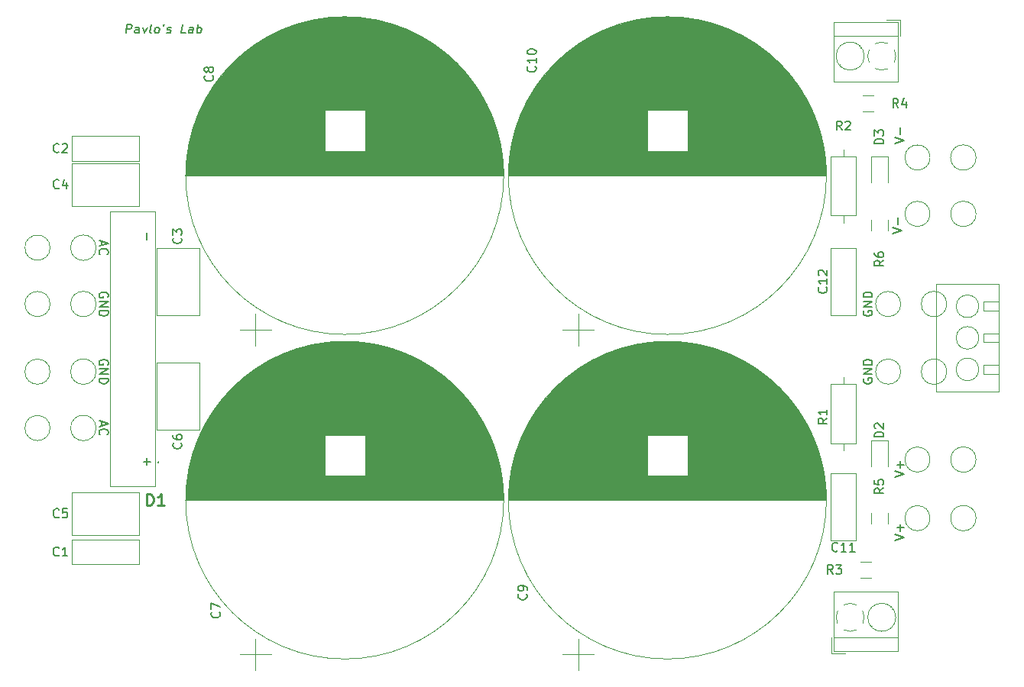
<source format=gbr>
%TF.GenerationSoftware,KiCad,Pcbnew,(5.1.6-0)*%
%TF.CreationDate,2024-01-23T18:55:53-08:00*%
%TF.ProjectId,psu_4caps,7073755f-3463-4617-9073-2e6b69636164,rev?*%
%TF.SameCoordinates,Original*%
%TF.FileFunction,Legend,Top*%
%TF.FilePolarity,Positive*%
%FSLAX46Y46*%
G04 Gerber Fmt 4.6, Leading zero omitted, Abs format (unit mm)*
G04 Created by KiCad (PCBNEW (5.1.6-0)) date 2024-01-23 18:55:53*
%MOMM*%
%LPD*%
G01*
G04 APERTURE LIST*
%ADD10C,0.150000*%
%ADD11C,0.120000*%
%ADD12C,0.200000*%
%ADD13C,0.100000*%
%ADD14C,0.254000*%
G04 APERTURE END LIST*
D10*
X49757157Y-61202380D02*
X49882157Y-60202380D01*
X50263110Y-60202380D01*
X50352395Y-60250000D01*
X50394062Y-60297619D01*
X50429776Y-60392857D01*
X50411919Y-60535714D01*
X50352395Y-60630952D01*
X50298824Y-60678571D01*
X50197633Y-60726190D01*
X49816681Y-60726190D01*
X51185729Y-61202380D02*
X51251205Y-60678571D01*
X51215491Y-60583333D01*
X51126205Y-60535714D01*
X50935729Y-60535714D01*
X50834538Y-60583333D01*
X51191681Y-61154761D02*
X51090491Y-61202380D01*
X50852395Y-61202380D01*
X50763110Y-61154761D01*
X50727395Y-61059523D01*
X50739300Y-60964285D01*
X50798824Y-60869047D01*
X50900014Y-60821428D01*
X51138110Y-60821428D01*
X51239300Y-60773809D01*
X51650014Y-60535714D02*
X51804776Y-61202380D01*
X52126205Y-60535714D01*
X52566681Y-61202380D02*
X52477395Y-61154761D01*
X52441681Y-61059523D01*
X52548824Y-60202380D01*
X53090491Y-61202380D02*
X53001205Y-61154761D01*
X52959538Y-61107142D01*
X52923824Y-61011904D01*
X52959538Y-60726190D01*
X53019062Y-60630952D01*
X53072633Y-60583333D01*
X53173824Y-60535714D01*
X53316681Y-60535714D01*
X53405967Y-60583333D01*
X53447633Y-60630952D01*
X53483348Y-60726190D01*
X53447633Y-61011904D01*
X53388110Y-61107142D01*
X53334538Y-61154761D01*
X53233348Y-61202380D01*
X53090491Y-61202380D01*
X54025014Y-60202380D02*
X54019062Y-60250000D01*
X53959538Y-60345238D01*
X53905967Y-60392857D01*
X54286919Y-61154761D02*
X54376205Y-61202380D01*
X54566681Y-61202380D01*
X54667872Y-61154761D01*
X54727395Y-61059523D01*
X54733348Y-61011904D01*
X54697633Y-60916666D01*
X54608348Y-60869047D01*
X54465491Y-60869047D01*
X54376205Y-60821428D01*
X54340491Y-60726190D01*
X54346443Y-60678571D01*
X54405967Y-60583333D01*
X54507157Y-60535714D01*
X54650014Y-60535714D01*
X54739300Y-60583333D01*
X56376205Y-61202380D02*
X55900014Y-61202380D01*
X56025014Y-60202380D01*
X57138110Y-61202380D02*
X57203586Y-60678571D01*
X57167872Y-60583333D01*
X57078586Y-60535714D01*
X56888110Y-60535714D01*
X56786919Y-60583333D01*
X57144062Y-61154761D02*
X57042872Y-61202380D01*
X56804776Y-61202380D01*
X56715491Y-61154761D01*
X56679776Y-61059523D01*
X56691681Y-60964285D01*
X56751205Y-60869047D01*
X56852395Y-60821428D01*
X57090491Y-60821428D01*
X57191681Y-60773809D01*
X57614300Y-61202380D02*
X57739300Y-60202380D01*
X57691681Y-60583333D02*
X57792872Y-60535714D01*
X57983348Y-60535714D01*
X58072633Y-60583333D01*
X58114300Y-60630952D01*
X58150014Y-60726190D01*
X58114300Y-61011904D01*
X58054776Y-61107142D01*
X58001205Y-61154761D01*
X57900014Y-61202380D01*
X57709538Y-61202380D01*
X57620252Y-61154761D01*
X134952380Y-73452380D02*
X135952380Y-73119047D01*
X134952380Y-72785714D01*
X135571428Y-72452380D02*
X135571428Y-71690476D01*
X134702380Y-83452380D02*
X135702380Y-83119047D01*
X134702380Y-82785714D01*
X135321428Y-82452380D02*
X135321428Y-81690476D01*
X134952380Y-117452380D02*
X135952380Y-117119047D01*
X134952380Y-116785714D01*
X135571428Y-116452380D02*
X135571428Y-115690476D01*
X135952380Y-116071428D02*
X135190476Y-116071428D01*
X134952380Y-110452380D02*
X135952380Y-110119047D01*
X134952380Y-109785714D01*
X135571428Y-109452380D02*
X135571428Y-108690476D01*
X135952380Y-109071428D02*
X135190476Y-109071428D01*
X131500000Y-92011904D02*
X131452380Y-92107142D01*
X131452380Y-92250000D01*
X131500000Y-92392857D01*
X131595238Y-92488095D01*
X131690476Y-92535714D01*
X131880952Y-92583333D01*
X132023809Y-92583333D01*
X132214285Y-92535714D01*
X132309523Y-92488095D01*
X132404761Y-92392857D01*
X132452380Y-92250000D01*
X132452380Y-92154761D01*
X132404761Y-92011904D01*
X132357142Y-91964285D01*
X132023809Y-91964285D01*
X132023809Y-92154761D01*
X132452380Y-91535714D02*
X131452380Y-91535714D01*
X132452380Y-90964285D01*
X131452380Y-90964285D01*
X132452380Y-90488095D02*
X131452380Y-90488095D01*
X131452380Y-90250000D01*
X131500000Y-90107142D01*
X131595238Y-90011904D01*
X131690476Y-89964285D01*
X131880952Y-89916666D01*
X132023809Y-89916666D01*
X132214285Y-89964285D01*
X132309523Y-90011904D01*
X132404761Y-90107142D01*
X132452380Y-90250000D01*
X132452380Y-90488095D01*
X131500000Y-99511904D02*
X131452380Y-99607142D01*
X131452380Y-99750000D01*
X131500000Y-99892857D01*
X131595238Y-99988095D01*
X131690476Y-100035714D01*
X131880952Y-100083333D01*
X132023809Y-100083333D01*
X132214285Y-100035714D01*
X132309523Y-99988095D01*
X132404761Y-99892857D01*
X132452380Y-99750000D01*
X132452380Y-99654761D01*
X132404761Y-99511904D01*
X132357142Y-99464285D01*
X132023809Y-99464285D01*
X132023809Y-99654761D01*
X132452380Y-99035714D02*
X131452380Y-99035714D01*
X132452380Y-98464285D01*
X131452380Y-98464285D01*
X132452380Y-97988095D02*
X131452380Y-97988095D01*
X131452380Y-97750000D01*
X131500000Y-97607142D01*
X131595238Y-97511904D01*
X131690476Y-97464285D01*
X131880952Y-97416666D01*
X132023809Y-97416666D01*
X132214285Y-97464285D01*
X132309523Y-97511904D01*
X132404761Y-97607142D01*
X132452380Y-97750000D01*
X132452380Y-97988095D01*
X47750000Y-97988095D02*
X47797619Y-97892857D01*
X47797619Y-97750000D01*
X47750000Y-97607142D01*
X47654761Y-97511904D01*
X47559523Y-97464285D01*
X47369047Y-97416666D01*
X47226190Y-97416666D01*
X47035714Y-97464285D01*
X46940476Y-97511904D01*
X46845238Y-97607142D01*
X46797619Y-97750000D01*
X46797619Y-97845238D01*
X46845238Y-97988095D01*
X46892857Y-98035714D01*
X47226190Y-98035714D01*
X47226190Y-97845238D01*
X46797619Y-98464285D02*
X47797619Y-98464285D01*
X46797619Y-99035714D01*
X47797619Y-99035714D01*
X46797619Y-99511904D02*
X47797619Y-99511904D01*
X47797619Y-99750000D01*
X47750000Y-99892857D01*
X47654761Y-99988095D01*
X47559523Y-100035714D01*
X47369047Y-100083333D01*
X47226190Y-100083333D01*
X47035714Y-100035714D01*
X46940476Y-99988095D01*
X46845238Y-99892857D01*
X46797619Y-99750000D01*
X46797619Y-99511904D01*
X47750000Y-90488095D02*
X47797619Y-90392857D01*
X47797619Y-90250000D01*
X47750000Y-90107142D01*
X47654761Y-90011904D01*
X47559523Y-89964285D01*
X47369047Y-89916666D01*
X47226190Y-89916666D01*
X47035714Y-89964285D01*
X46940476Y-90011904D01*
X46845238Y-90107142D01*
X46797619Y-90250000D01*
X46797619Y-90345238D01*
X46845238Y-90488095D01*
X46892857Y-90535714D01*
X47226190Y-90535714D01*
X47226190Y-90345238D01*
X46797619Y-90964285D02*
X47797619Y-90964285D01*
X46797619Y-91535714D01*
X47797619Y-91535714D01*
X46797619Y-92011904D02*
X47797619Y-92011904D01*
X47797619Y-92250000D01*
X47750000Y-92392857D01*
X47654761Y-92488095D01*
X47559523Y-92535714D01*
X47369047Y-92583333D01*
X47226190Y-92583333D01*
X47035714Y-92535714D01*
X46940476Y-92488095D01*
X46845238Y-92392857D01*
X46797619Y-92250000D01*
X46797619Y-92011904D01*
X47083333Y-104261904D02*
X47083333Y-104738095D01*
X46797619Y-104166666D02*
X47797619Y-104500000D01*
X46797619Y-104833333D01*
X46892857Y-105738095D02*
X46845238Y-105690476D01*
X46797619Y-105547619D01*
X46797619Y-105452380D01*
X46845238Y-105309523D01*
X46940476Y-105214285D01*
X47035714Y-105166666D01*
X47226190Y-105119047D01*
X47369047Y-105119047D01*
X47559523Y-105166666D01*
X47654761Y-105214285D01*
X47750000Y-105309523D01*
X47797619Y-105452380D01*
X47797619Y-105547619D01*
X47750000Y-105690476D01*
X47702380Y-105738095D01*
X47083333Y-84261904D02*
X47083333Y-84738095D01*
X46797619Y-84166666D02*
X47797619Y-84500000D01*
X46797619Y-84833333D01*
X46892857Y-85738095D02*
X46845238Y-85690476D01*
X46797619Y-85547619D01*
X46797619Y-85452380D01*
X46845238Y-85309523D01*
X46940476Y-85214285D01*
X47035714Y-85166666D01*
X47226190Y-85119047D01*
X47369047Y-85119047D01*
X47559523Y-85166666D01*
X47654761Y-85214285D01*
X47750000Y-85309523D01*
X47797619Y-85452380D01*
X47797619Y-85547619D01*
X47750000Y-85690476D01*
X47702380Y-85738095D01*
D11*
%TO.C,J13*%
X139500000Y-89000000D02*
X146500000Y-89000000D01*
X139500000Y-101000000D02*
X146500000Y-101000000D01*
X146500000Y-89000000D02*
X146500000Y-101000000D01*
X139500000Y-89000000D02*
X139500000Y-101000000D01*
X144250000Y-91500000D02*
G75*
G03*
X144250000Y-91500000I-1250000J0D01*
G01*
X144250000Y-95000000D02*
G75*
G03*
X144250000Y-95000000I-1250000J0D01*
G01*
X144250000Y-98500000D02*
G75*
G03*
X144250000Y-98500000I-1250000J0D01*
G01*
X144750000Y-99000000D02*
X144750000Y-98000000D01*
X144750000Y-98000000D02*
X146500000Y-98000000D01*
X144750000Y-99000000D02*
X146500000Y-99000000D01*
X146500000Y-95500000D02*
X144750000Y-95500000D01*
X144750000Y-95500000D02*
X144750000Y-94500000D01*
X144750000Y-94500000D02*
X146500000Y-94500000D01*
X146500000Y-92000000D02*
X144750000Y-92000000D01*
X144750000Y-92000000D02*
X144750000Y-91000000D01*
X144750000Y-91000000D02*
X146500000Y-91000000D01*
%TO.C,C6*%
X53130000Y-97780000D02*
X57870000Y-97780000D01*
X53130000Y-105220000D02*
X57870000Y-105220000D01*
X57870000Y-105220000D02*
X57870000Y-97780000D01*
X53130000Y-105220000D02*
X53130000Y-97780000D01*
%TO.C,C5*%
X51220000Y-112130000D02*
X51220000Y-116870000D01*
X43780000Y-112130000D02*
X43780000Y-116870000D01*
X43780000Y-116870000D02*
X51220000Y-116870000D01*
X43780000Y-112130000D02*
X51220000Y-112130000D01*
%TO.C,C4*%
X43780000Y-80370000D02*
X43780000Y-75630000D01*
X51220000Y-80370000D02*
X51220000Y-75630000D01*
X51220000Y-75630000D02*
X43780000Y-75630000D01*
X51220000Y-80370000D02*
X43780000Y-80370000D01*
%TO.C,C3*%
X53130000Y-85030000D02*
X57870000Y-85030000D01*
X53130000Y-92470000D02*
X57870000Y-92470000D01*
X57870000Y-92470000D02*
X57870000Y-85030000D01*
X53130000Y-92470000D02*
X53130000Y-85030000D01*
%TO.C,R4*%
X131397936Y-69910000D02*
X132602064Y-69910000D01*
X131397936Y-68090000D02*
X132602064Y-68090000D01*
%TO.C,R3*%
X132352064Y-119840000D02*
X131147936Y-119840000D01*
X132352064Y-121660000D02*
X131147936Y-121660000D01*
%TO.C,R6*%
X134160000Y-83102064D02*
X134160000Y-81897936D01*
X132340000Y-83102064D02*
X132340000Y-81897936D01*
%TO.C,R5*%
X134160000Y-115602064D02*
X134160000Y-114397936D01*
X132340000Y-115602064D02*
X132340000Y-114397936D01*
%TO.C,D3*%
X132290000Y-74890000D02*
X132290000Y-77750000D01*
X134210000Y-74890000D02*
X132290000Y-74890000D01*
X134210000Y-77750000D02*
X134210000Y-74890000D01*
%TO.C,D2*%
X132290000Y-106390000D02*
X132290000Y-109250000D01*
X134210000Y-106390000D02*
X132290000Y-106390000D01*
X134210000Y-109250000D02*
X134210000Y-106390000D01*
%TO.C,C10*%
X98125000Y-94104002D02*
X101625000Y-94104002D01*
X99875000Y-95854002D02*
X99875000Y-92354002D01*
X108950000Y-59400000D02*
X110550000Y-59400000D01*
X108337000Y-59440000D02*
X111163000Y-59440000D01*
X107915000Y-59480000D02*
X111585000Y-59480000D01*
X107573000Y-59520000D02*
X111927000Y-59520000D01*
X107277000Y-59560000D02*
X112223000Y-59560000D01*
X107014000Y-59600000D02*
X112486000Y-59600000D01*
X106774000Y-59640000D02*
X112726000Y-59640000D01*
X106552000Y-59680000D02*
X112948000Y-59680000D01*
X106345000Y-59720000D02*
X113155000Y-59720000D01*
X106150000Y-59760000D02*
X113350000Y-59760000D01*
X105965000Y-59800000D02*
X113535000Y-59800000D01*
X105790000Y-59840000D02*
X113710000Y-59840000D01*
X105622000Y-59880000D02*
X113878000Y-59880000D01*
X105461000Y-59920000D02*
X114039000Y-59920000D01*
X105306000Y-59960000D02*
X114194000Y-59960000D01*
X105157000Y-60000000D02*
X114343000Y-60000000D01*
X105012000Y-60040000D02*
X114488000Y-60040000D01*
X104872000Y-60080000D02*
X114628000Y-60080000D01*
X104737000Y-60120000D02*
X114763000Y-60120000D01*
X104605000Y-60160000D02*
X114895000Y-60160000D01*
X104477000Y-60200000D02*
X115023000Y-60200000D01*
X104352000Y-60240000D02*
X115148000Y-60240000D01*
X104230000Y-60280000D02*
X115270000Y-60280000D01*
X104111000Y-60320000D02*
X115389000Y-60320000D01*
X103995000Y-60360000D02*
X115505000Y-60360000D01*
X103882000Y-60400000D02*
X115618000Y-60400000D01*
X103770000Y-60440000D02*
X115730000Y-60440000D01*
X103661000Y-60480000D02*
X115839000Y-60480000D01*
X103555000Y-60520000D02*
X115945000Y-60520000D01*
X103450000Y-60560000D02*
X116050000Y-60560000D01*
X103347000Y-60600000D02*
X116153000Y-60600000D01*
X103246000Y-60640000D02*
X116254000Y-60640000D01*
X103147000Y-60680000D02*
X116353000Y-60680000D01*
X103050000Y-60720000D02*
X116450000Y-60720000D01*
X102954000Y-60760000D02*
X116546000Y-60760000D01*
X102860000Y-60800000D02*
X116640000Y-60800000D01*
X102767000Y-60840000D02*
X116733000Y-60840000D01*
X102675000Y-60880000D02*
X116825000Y-60880000D01*
X102585000Y-60920000D02*
X116915000Y-60920000D01*
X102497000Y-60960000D02*
X117003000Y-60960000D01*
X102409000Y-61000000D02*
X117091000Y-61000000D01*
X102323000Y-61040000D02*
X117177000Y-61040000D01*
X102238000Y-61080000D02*
X117262000Y-61080000D01*
X102155000Y-61120000D02*
X117345000Y-61120000D01*
X102072000Y-61160000D02*
X117428000Y-61160000D01*
X101991000Y-61200000D02*
X117509000Y-61200000D01*
X101910000Y-61240000D02*
X117590000Y-61240000D01*
X101830000Y-61280000D02*
X117670000Y-61280000D01*
X101752000Y-61320000D02*
X117748000Y-61320000D01*
X101674000Y-61360000D02*
X117826000Y-61360000D01*
X101598000Y-61400000D02*
X117902000Y-61400000D01*
X101522000Y-61440000D02*
X117978000Y-61440000D01*
X101447000Y-61480000D02*
X118053000Y-61480000D01*
X101373000Y-61520000D02*
X118127000Y-61520000D01*
X101300000Y-61560000D02*
X118200000Y-61560000D01*
X101228000Y-61600000D02*
X118272000Y-61600000D01*
X101156000Y-61640000D02*
X118344000Y-61640000D01*
X101085000Y-61680000D02*
X118415000Y-61680000D01*
X101015000Y-61720000D02*
X118485000Y-61720000D01*
X100946000Y-61760000D02*
X118554000Y-61760000D01*
X100877000Y-61800000D02*
X118623000Y-61800000D01*
X100810000Y-61840000D02*
X118690000Y-61840000D01*
X100742000Y-61880000D02*
X118758000Y-61880000D01*
X100676000Y-61920000D02*
X118824000Y-61920000D01*
X100610000Y-61960000D02*
X118890000Y-61960000D01*
X100545000Y-62000000D02*
X118955000Y-62000000D01*
X100480000Y-62040000D02*
X119020000Y-62040000D01*
X100416000Y-62080000D02*
X119084000Y-62080000D01*
X100353000Y-62120000D02*
X119147000Y-62120000D01*
X100290000Y-62160000D02*
X119210000Y-62160000D01*
X100228000Y-62200000D02*
X119272000Y-62200000D01*
X100166000Y-62240000D02*
X119334000Y-62240000D01*
X100105000Y-62280000D02*
X119395000Y-62280000D01*
X100045000Y-62320000D02*
X119455000Y-62320000D01*
X99985000Y-62360000D02*
X119515000Y-62360000D01*
X99925000Y-62400000D02*
X119575000Y-62400000D01*
X99866000Y-62440000D02*
X119634000Y-62440000D01*
X99808000Y-62480000D02*
X119692000Y-62480000D01*
X99750000Y-62520000D02*
X119750000Y-62520000D01*
X99692000Y-62560000D02*
X119808000Y-62560000D01*
X99635000Y-62600000D02*
X119865000Y-62600000D01*
X99579000Y-62640000D02*
X119921000Y-62640000D01*
X99523000Y-62680000D02*
X119977000Y-62680000D01*
X99467000Y-62720000D02*
X120033000Y-62720000D01*
X99412000Y-62760000D02*
X120088000Y-62760000D01*
X99358000Y-62800000D02*
X120142000Y-62800000D01*
X99303000Y-62840000D02*
X120197000Y-62840000D01*
X99250000Y-62880000D02*
X120250000Y-62880000D01*
X99196000Y-62920000D02*
X120304000Y-62920000D01*
X99143000Y-62960000D02*
X120357000Y-62960000D01*
X99091000Y-63000000D02*
X120409000Y-63000000D01*
X99039000Y-63040000D02*
X120461000Y-63040000D01*
X98987000Y-63080000D02*
X120513000Y-63080000D01*
X98935000Y-63120000D02*
X120565000Y-63120000D01*
X98885000Y-63160000D02*
X120615000Y-63160000D01*
X98834000Y-63200000D02*
X120666000Y-63200000D01*
X98784000Y-63240000D02*
X120716000Y-63240000D01*
X98734000Y-63280000D02*
X120766000Y-63280000D01*
X98684000Y-63320000D02*
X120816000Y-63320000D01*
X98635000Y-63360000D02*
X120865000Y-63360000D01*
X98587000Y-63400000D02*
X120913000Y-63400000D01*
X98538000Y-63440000D02*
X120962000Y-63440000D01*
X98490000Y-63480000D02*
X121010000Y-63480000D01*
X98443000Y-63520000D02*
X121057000Y-63520000D01*
X98395000Y-63560000D02*
X121105000Y-63560000D01*
X98348000Y-63600000D02*
X121152000Y-63600000D01*
X98301000Y-63640000D02*
X121199000Y-63640000D01*
X98255000Y-63680000D02*
X121245000Y-63680000D01*
X98209000Y-63720000D02*
X121291000Y-63720000D01*
X98163000Y-63760000D02*
X121337000Y-63760000D01*
X98118000Y-63800000D02*
X121382000Y-63800000D01*
X98073000Y-63840000D02*
X121427000Y-63840000D01*
X98028000Y-63880000D02*
X121472000Y-63880000D01*
X97984000Y-63920000D02*
X121516000Y-63920000D01*
X97939000Y-63960000D02*
X121561000Y-63960000D01*
X97896000Y-64000000D02*
X121604000Y-64000000D01*
X97852000Y-64040000D02*
X121648000Y-64040000D01*
X97809000Y-64080000D02*
X121691000Y-64080000D01*
X97766000Y-64120000D02*
X121734000Y-64120000D01*
X97723000Y-64160000D02*
X121777000Y-64160000D01*
X97681000Y-64200000D02*
X121819000Y-64200000D01*
X97639000Y-64240000D02*
X121861000Y-64240000D01*
X97597000Y-64280000D02*
X121903000Y-64280000D01*
X97555000Y-64320000D02*
X121945000Y-64320000D01*
X97514000Y-64360000D02*
X121986000Y-64360000D01*
X97473000Y-64400000D02*
X122027000Y-64400000D01*
X97432000Y-64440000D02*
X122068000Y-64440000D01*
X97391000Y-64480000D02*
X122109000Y-64480000D01*
X97351000Y-64520000D02*
X122149000Y-64520000D01*
X97311000Y-64560000D02*
X122189000Y-64560000D01*
X97271000Y-64600000D02*
X122229000Y-64600000D01*
X97232000Y-64640000D02*
X122268000Y-64640000D01*
X97193000Y-64680000D02*
X122307000Y-64680000D01*
X97154000Y-64720000D02*
X122346000Y-64720000D01*
X97115000Y-64760000D02*
X122385000Y-64760000D01*
X97076000Y-64800000D02*
X122424000Y-64800000D01*
X97038000Y-64840000D02*
X122462000Y-64840000D01*
X97000000Y-64880000D02*
X122500000Y-64880000D01*
X96962000Y-64920000D02*
X122538000Y-64920000D01*
X96925000Y-64960000D02*
X122575000Y-64960000D01*
X96887000Y-65000000D02*
X122613000Y-65000000D01*
X96850000Y-65040000D02*
X122650000Y-65040000D01*
X96813000Y-65080000D02*
X122687000Y-65080000D01*
X96777000Y-65120000D02*
X122723000Y-65120000D01*
X96740000Y-65160000D02*
X122760000Y-65160000D01*
X96704000Y-65200000D02*
X122796000Y-65200000D01*
X96668000Y-65240000D02*
X122832000Y-65240000D01*
X96633000Y-65280000D02*
X122867000Y-65280000D01*
X96597000Y-65320000D02*
X122903000Y-65320000D01*
X96562000Y-65360000D02*
X122938000Y-65360000D01*
X96527000Y-65400000D02*
X122973000Y-65400000D01*
X96492000Y-65440000D02*
X123008000Y-65440000D01*
X96457000Y-65480000D02*
X123043000Y-65480000D01*
X96423000Y-65520000D02*
X123077000Y-65520000D01*
X96388000Y-65560000D02*
X123112000Y-65560000D01*
X96354000Y-65600000D02*
X123146000Y-65600000D01*
X96320000Y-65640000D02*
X123180000Y-65640000D01*
X96287000Y-65680000D02*
X123213000Y-65680000D01*
X96253000Y-65720000D02*
X123247000Y-65720000D01*
X96220000Y-65760000D02*
X123280000Y-65760000D01*
X96187000Y-65800000D02*
X123313000Y-65800000D01*
X96154000Y-65840000D02*
X123346000Y-65840000D01*
X96122000Y-65880000D02*
X123378000Y-65880000D01*
X96089000Y-65920000D02*
X123411000Y-65920000D01*
X96057000Y-65960000D02*
X123443000Y-65960000D01*
X96025000Y-66000000D02*
X123475000Y-66000000D01*
X95993000Y-66040000D02*
X123507000Y-66040000D01*
X95961000Y-66080000D02*
X123539000Y-66080000D01*
X95930000Y-66120000D02*
X123570000Y-66120000D01*
X95899000Y-66160000D02*
X123601000Y-66160000D01*
X95867000Y-66200000D02*
X123633000Y-66200000D01*
X95836000Y-66240000D02*
X123664000Y-66240000D01*
X95806000Y-66280000D02*
X123694000Y-66280000D01*
X95775000Y-66320000D02*
X123725000Y-66320000D01*
X95745000Y-66360000D02*
X123755000Y-66360000D01*
X95715000Y-66400000D02*
X123785000Y-66400000D01*
X95685000Y-66440000D02*
X123815000Y-66440000D01*
X95655000Y-66480000D02*
X123845000Y-66480000D01*
X95625000Y-66520000D02*
X123875000Y-66520000D01*
X95595000Y-66560000D02*
X123905000Y-66560000D01*
X95566000Y-66600000D02*
X123934000Y-66600000D01*
X95537000Y-66640000D02*
X123963000Y-66640000D01*
X95508000Y-66680000D02*
X123992000Y-66680000D01*
X95479000Y-66720000D02*
X124021000Y-66720000D01*
X95451000Y-66760000D02*
X124049000Y-66760000D01*
X95422000Y-66800000D02*
X124078000Y-66800000D01*
X95394000Y-66840000D02*
X124106000Y-66840000D01*
X95366000Y-66880000D02*
X124134000Y-66880000D01*
X95338000Y-66920000D02*
X124162000Y-66920000D01*
X95310000Y-66960000D02*
X124190000Y-66960000D01*
X95282000Y-67000000D02*
X124218000Y-67000000D01*
X95255000Y-67040000D02*
X124245000Y-67040000D01*
X95227000Y-67080000D02*
X124273000Y-67080000D01*
X95200000Y-67120000D02*
X124300000Y-67120000D01*
X95173000Y-67160000D02*
X124327000Y-67160000D01*
X95146000Y-67200000D02*
X124354000Y-67200000D01*
X95120000Y-67240000D02*
X124380000Y-67240000D01*
X95093000Y-67280000D02*
X124407000Y-67280000D01*
X95067000Y-67320000D02*
X124433000Y-67320000D01*
X95040000Y-67360000D02*
X124460000Y-67360000D01*
X95014000Y-67400000D02*
X124486000Y-67400000D01*
X94988000Y-67440000D02*
X124512000Y-67440000D01*
X94963000Y-67480000D02*
X124537000Y-67480000D01*
X94937000Y-67520000D02*
X124563000Y-67520000D01*
X94912000Y-67560000D02*
X124588000Y-67560000D01*
X94886000Y-67600000D02*
X124614000Y-67600000D01*
X94861000Y-67640000D02*
X124639000Y-67640000D01*
X94836000Y-67680000D02*
X124664000Y-67680000D01*
X94811000Y-67720000D02*
X124689000Y-67720000D01*
X94787000Y-67760000D02*
X124713000Y-67760000D01*
X94762000Y-67800000D02*
X124738000Y-67800000D01*
X94738000Y-67840000D02*
X124762000Y-67840000D01*
X94713000Y-67880000D02*
X124787000Y-67880000D01*
X94689000Y-67920000D02*
X124811000Y-67920000D01*
X94665000Y-67960000D02*
X124835000Y-67960000D01*
X94641000Y-68000000D02*
X124859000Y-68000000D01*
X94618000Y-68040000D02*
X124882000Y-68040000D01*
X94594000Y-68080000D02*
X124906000Y-68080000D01*
X94571000Y-68120000D02*
X124929000Y-68120000D01*
X94547000Y-68160000D02*
X124953000Y-68160000D01*
X94524000Y-68200000D02*
X124976000Y-68200000D01*
X94501000Y-68240000D02*
X124999000Y-68240000D01*
X94479000Y-68280000D02*
X125021000Y-68280000D01*
X94456000Y-68320000D02*
X125044000Y-68320000D01*
X94433000Y-68360000D02*
X125067000Y-68360000D01*
X94411000Y-68400000D02*
X125089000Y-68400000D01*
X94389000Y-68440000D02*
X125111000Y-68440000D01*
X94366000Y-68480000D02*
X125134000Y-68480000D01*
X94344000Y-68520000D02*
X125156000Y-68520000D01*
X94322000Y-68560000D02*
X125178000Y-68560000D01*
X94301000Y-68600000D02*
X125199000Y-68600000D01*
X94279000Y-68640000D02*
X125221000Y-68640000D01*
X94258000Y-68680000D02*
X125242000Y-68680000D01*
X94236000Y-68720000D02*
X125264000Y-68720000D01*
X94215000Y-68760000D02*
X125285000Y-68760000D01*
X94194000Y-68800000D02*
X125306000Y-68800000D01*
X94173000Y-68839000D02*
X125327000Y-68839000D01*
X94152000Y-68879000D02*
X125348000Y-68879000D01*
X94131000Y-68919000D02*
X125369000Y-68919000D01*
X94111000Y-68959000D02*
X125389000Y-68959000D01*
X94090000Y-68999000D02*
X125410000Y-68999000D01*
X94070000Y-69039000D02*
X125430000Y-69039000D01*
X94050000Y-69079000D02*
X125450000Y-69079000D01*
X94030000Y-69119000D02*
X125470000Y-69119000D01*
X94010000Y-69159000D02*
X125490000Y-69159000D01*
X93990000Y-69199000D02*
X125510000Y-69199000D01*
X93970000Y-69239000D02*
X125530000Y-69239000D01*
X93951000Y-69279000D02*
X125549000Y-69279000D01*
X93931000Y-69319000D02*
X125569000Y-69319000D01*
X93912000Y-69359000D02*
X125588000Y-69359000D01*
X93893000Y-69399000D02*
X125607000Y-69399000D01*
X93874000Y-69439000D02*
X125626000Y-69439000D01*
X93855000Y-69479000D02*
X125645000Y-69479000D01*
X93836000Y-69519000D02*
X125664000Y-69519000D01*
X93817000Y-69559000D02*
X125683000Y-69559000D01*
X93799000Y-69599000D02*
X125701000Y-69599000D01*
X93780000Y-69639000D02*
X125720000Y-69639000D01*
X93762000Y-69679000D02*
X125738000Y-69679000D01*
X93744000Y-69719000D02*
X125756000Y-69719000D01*
X93726000Y-69759000D02*
X125774000Y-69759000D01*
X111990000Y-69799000D02*
X125792000Y-69799000D01*
X93708000Y-69799000D02*
X107510000Y-69799000D01*
X111990000Y-69839000D02*
X125810000Y-69839000D01*
X93690000Y-69839000D02*
X107510000Y-69839000D01*
X111990000Y-69879000D02*
X125828000Y-69879000D01*
X93672000Y-69879000D02*
X107510000Y-69879000D01*
X111990000Y-69919000D02*
X125845000Y-69919000D01*
X93655000Y-69919000D02*
X107510000Y-69919000D01*
X111990000Y-69959000D02*
X125863000Y-69959000D01*
X93637000Y-69959000D02*
X107510000Y-69959000D01*
X111990000Y-69999000D02*
X125880000Y-69999000D01*
X93620000Y-69999000D02*
X107510000Y-69999000D01*
X111990000Y-70039000D02*
X125898000Y-70039000D01*
X93602000Y-70039000D02*
X107510000Y-70039000D01*
X111990000Y-70079000D02*
X125915000Y-70079000D01*
X93585000Y-70079000D02*
X107510000Y-70079000D01*
X111990000Y-70119000D02*
X125932000Y-70119000D01*
X93568000Y-70119000D02*
X107510000Y-70119000D01*
X111990000Y-70159000D02*
X125949000Y-70159000D01*
X93551000Y-70159000D02*
X107510000Y-70159000D01*
X111990000Y-70199000D02*
X125965000Y-70199000D01*
X93535000Y-70199000D02*
X107510000Y-70199000D01*
X111990000Y-70239000D02*
X125982000Y-70239000D01*
X93518000Y-70239000D02*
X107510000Y-70239000D01*
X111990000Y-70279000D02*
X125999000Y-70279000D01*
X93501000Y-70279000D02*
X107510000Y-70279000D01*
X111990000Y-70319000D02*
X126015000Y-70319000D01*
X93485000Y-70319000D02*
X107510000Y-70319000D01*
X111990000Y-70359000D02*
X126031000Y-70359000D01*
X93469000Y-70359000D02*
X107510000Y-70359000D01*
X111990000Y-70399000D02*
X126048000Y-70399000D01*
X93452000Y-70399000D02*
X107510000Y-70399000D01*
X111990000Y-70439000D02*
X126064000Y-70439000D01*
X93436000Y-70439000D02*
X107510000Y-70439000D01*
X111990000Y-70479000D02*
X126080000Y-70479000D01*
X93420000Y-70479000D02*
X107510000Y-70479000D01*
X111990000Y-70519000D02*
X126096000Y-70519000D01*
X93404000Y-70519000D02*
X107510000Y-70519000D01*
X111990000Y-70559000D02*
X126111000Y-70559000D01*
X93389000Y-70559000D02*
X107510000Y-70559000D01*
X111990000Y-70599000D02*
X126127000Y-70599000D01*
X93373000Y-70599000D02*
X107510000Y-70599000D01*
X111990000Y-70639000D02*
X126143000Y-70639000D01*
X93357000Y-70639000D02*
X107510000Y-70639000D01*
X111990000Y-70679000D02*
X126158000Y-70679000D01*
X93342000Y-70679000D02*
X107510000Y-70679000D01*
X111990000Y-70719000D02*
X126173000Y-70719000D01*
X93327000Y-70719000D02*
X107510000Y-70719000D01*
X111990000Y-70759000D02*
X126189000Y-70759000D01*
X93311000Y-70759000D02*
X107510000Y-70759000D01*
X111990000Y-70799000D02*
X126204000Y-70799000D01*
X93296000Y-70799000D02*
X107510000Y-70799000D01*
X111990000Y-70839000D02*
X126219000Y-70839000D01*
X93281000Y-70839000D02*
X107510000Y-70839000D01*
X111990000Y-70879000D02*
X126234000Y-70879000D01*
X93266000Y-70879000D02*
X107510000Y-70879000D01*
X111990000Y-70919000D02*
X126248000Y-70919000D01*
X93252000Y-70919000D02*
X107510000Y-70919000D01*
X111990000Y-70959000D02*
X126263000Y-70959000D01*
X93237000Y-70959000D02*
X107510000Y-70959000D01*
X111990000Y-70999000D02*
X126277000Y-70999000D01*
X93223000Y-70999000D02*
X107510000Y-70999000D01*
X111990000Y-71039000D02*
X126292000Y-71039000D01*
X93208000Y-71039000D02*
X107510000Y-71039000D01*
X111990000Y-71079000D02*
X126306000Y-71079000D01*
X93194000Y-71079000D02*
X107510000Y-71079000D01*
X111990000Y-71119000D02*
X126320000Y-71119000D01*
X93180000Y-71119000D02*
X107510000Y-71119000D01*
X111990000Y-71159000D02*
X126335000Y-71159000D01*
X93165000Y-71159000D02*
X107510000Y-71159000D01*
X111990000Y-71199000D02*
X126349000Y-71199000D01*
X93151000Y-71199000D02*
X107510000Y-71199000D01*
X111990000Y-71239000D02*
X126362000Y-71239000D01*
X93138000Y-71239000D02*
X107510000Y-71239000D01*
X111990000Y-71279000D02*
X126376000Y-71279000D01*
X93124000Y-71279000D02*
X107510000Y-71279000D01*
X111990000Y-71319000D02*
X126390000Y-71319000D01*
X93110000Y-71319000D02*
X107510000Y-71319000D01*
X111990000Y-71359000D02*
X126403000Y-71359000D01*
X93097000Y-71359000D02*
X107510000Y-71359000D01*
X111990000Y-71399000D02*
X126417000Y-71399000D01*
X93083000Y-71399000D02*
X107510000Y-71399000D01*
X111990000Y-71439000D02*
X126430000Y-71439000D01*
X93070000Y-71439000D02*
X107510000Y-71439000D01*
X111990000Y-71479000D02*
X126444000Y-71479000D01*
X93056000Y-71479000D02*
X107510000Y-71479000D01*
X111990000Y-71519000D02*
X126457000Y-71519000D01*
X93043000Y-71519000D02*
X107510000Y-71519000D01*
X111990000Y-71559000D02*
X126470000Y-71559000D01*
X93030000Y-71559000D02*
X107510000Y-71559000D01*
X111990000Y-71599000D02*
X126483000Y-71599000D01*
X93017000Y-71599000D02*
X107510000Y-71599000D01*
X111990000Y-71639000D02*
X126495000Y-71639000D01*
X93005000Y-71639000D02*
X107510000Y-71639000D01*
X111990000Y-71679000D02*
X126508000Y-71679000D01*
X92992000Y-71679000D02*
X107510000Y-71679000D01*
X111990000Y-71719000D02*
X126521000Y-71719000D01*
X92979000Y-71719000D02*
X107510000Y-71719000D01*
X111990000Y-71759000D02*
X126533000Y-71759000D01*
X92967000Y-71759000D02*
X107510000Y-71759000D01*
X111990000Y-71799000D02*
X126546000Y-71799000D01*
X92954000Y-71799000D02*
X107510000Y-71799000D01*
X111990000Y-71839000D02*
X126558000Y-71839000D01*
X92942000Y-71839000D02*
X107510000Y-71839000D01*
X111990000Y-71879000D02*
X126570000Y-71879000D01*
X92930000Y-71879000D02*
X107510000Y-71879000D01*
X111990000Y-71919000D02*
X126582000Y-71919000D01*
X92918000Y-71919000D02*
X107510000Y-71919000D01*
X111990000Y-71959000D02*
X126594000Y-71959000D01*
X92906000Y-71959000D02*
X107510000Y-71959000D01*
X111990000Y-71999000D02*
X126606000Y-71999000D01*
X92894000Y-71999000D02*
X107510000Y-71999000D01*
X111990000Y-72039000D02*
X126618000Y-72039000D01*
X92882000Y-72039000D02*
X107510000Y-72039000D01*
X111990000Y-72079000D02*
X126630000Y-72079000D01*
X92870000Y-72079000D02*
X107510000Y-72079000D01*
X111990000Y-72119000D02*
X126641000Y-72119000D01*
X92859000Y-72119000D02*
X107510000Y-72119000D01*
X111990000Y-72159000D02*
X126653000Y-72159000D01*
X92847000Y-72159000D02*
X107510000Y-72159000D01*
X111990000Y-72199000D02*
X126664000Y-72199000D01*
X92836000Y-72199000D02*
X107510000Y-72199000D01*
X111990000Y-72239000D02*
X126675000Y-72239000D01*
X92825000Y-72239000D02*
X107510000Y-72239000D01*
X111990000Y-72279000D02*
X126687000Y-72279000D01*
X92813000Y-72279000D02*
X107510000Y-72279000D01*
X111990000Y-72319000D02*
X126698000Y-72319000D01*
X92802000Y-72319000D02*
X107510000Y-72319000D01*
X111990000Y-72359000D02*
X126709000Y-72359000D01*
X92791000Y-72359000D02*
X107510000Y-72359000D01*
X111990000Y-72399000D02*
X126719000Y-72399000D01*
X92781000Y-72399000D02*
X107510000Y-72399000D01*
X111990000Y-72439000D02*
X126730000Y-72439000D01*
X92770000Y-72439000D02*
X107510000Y-72439000D01*
X111990000Y-72479000D02*
X126741000Y-72479000D01*
X92759000Y-72479000D02*
X107510000Y-72479000D01*
X111990000Y-72519000D02*
X126751000Y-72519000D01*
X92749000Y-72519000D02*
X107510000Y-72519000D01*
X111990000Y-72559000D02*
X126762000Y-72559000D01*
X92738000Y-72559000D02*
X107510000Y-72559000D01*
X111990000Y-72599000D02*
X126772000Y-72599000D01*
X92728000Y-72599000D02*
X107510000Y-72599000D01*
X111990000Y-72639000D02*
X126783000Y-72639000D01*
X92717000Y-72639000D02*
X107510000Y-72639000D01*
X111990000Y-72679000D02*
X126793000Y-72679000D01*
X92707000Y-72679000D02*
X107510000Y-72679000D01*
X111990000Y-72719000D02*
X126803000Y-72719000D01*
X92697000Y-72719000D02*
X107510000Y-72719000D01*
X111990000Y-72759000D02*
X126813000Y-72759000D01*
X92687000Y-72759000D02*
X107510000Y-72759000D01*
X111990000Y-72799000D02*
X126823000Y-72799000D01*
X92677000Y-72799000D02*
X107510000Y-72799000D01*
X111990000Y-72839000D02*
X126832000Y-72839000D01*
X92668000Y-72839000D02*
X107510000Y-72839000D01*
X111990000Y-72879000D02*
X126842000Y-72879000D01*
X92658000Y-72879000D02*
X107510000Y-72879000D01*
X111990000Y-72919000D02*
X126852000Y-72919000D01*
X92648000Y-72919000D02*
X107510000Y-72919000D01*
X111990000Y-72959000D02*
X126861000Y-72959000D01*
X92639000Y-72959000D02*
X107510000Y-72959000D01*
X111990000Y-72999000D02*
X126870000Y-72999000D01*
X92630000Y-72999000D02*
X107510000Y-72999000D01*
X111990000Y-73039000D02*
X126880000Y-73039000D01*
X92620000Y-73039000D02*
X107510000Y-73039000D01*
X111990000Y-73079000D02*
X126889000Y-73079000D01*
X92611000Y-73079000D02*
X107510000Y-73079000D01*
X111990000Y-73119000D02*
X126898000Y-73119000D01*
X92602000Y-73119000D02*
X107510000Y-73119000D01*
X111990000Y-73159000D02*
X126907000Y-73159000D01*
X92593000Y-73159000D02*
X107510000Y-73159000D01*
X111990000Y-73199000D02*
X126916000Y-73199000D01*
X92584000Y-73199000D02*
X107510000Y-73199000D01*
X111990000Y-73239000D02*
X126925000Y-73239000D01*
X92575000Y-73239000D02*
X107510000Y-73239000D01*
X111990000Y-73279000D02*
X126933000Y-73279000D01*
X92567000Y-73279000D02*
X107510000Y-73279000D01*
X111990000Y-73319000D02*
X126942000Y-73319000D01*
X92558000Y-73319000D02*
X107510000Y-73319000D01*
X111990000Y-73359000D02*
X126950000Y-73359000D01*
X92550000Y-73359000D02*
X107510000Y-73359000D01*
X111990000Y-73399000D02*
X126959000Y-73399000D01*
X92541000Y-73399000D02*
X107510000Y-73399000D01*
X111990000Y-73439000D02*
X126967000Y-73439000D01*
X92533000Y-73439000D02*
X107510000Y-73439000D01*
X111990000Y-73479000D02*
X126975000Y-73479000D01*
X92525000Y-73479000D02*
X107510000Y-73479000D01*
X111990000Y-73519000D02*
X126983000Y-73519000D01*
X92517000Y-73519000D02*
X107510000Y-73519000D01*
X111990000Y-73559000D02*
X126991000Y-73559000D01*
X92509000Y-73559000D02*
X107510000Y-73559000D01*
X111990000Y-73599000D02*
X126999000Y-73599000D01*
X92501000Y-73599000D02*
X107510000Y-73599000D01*
X111990000Y-73639000D02*
X127007000Y-73639000D01*
X92493000Y-73639000D02*
X107510000Y-73639000D01*
X111990000Y-73679000D02*
X127015000Y-73679000D01*
X92485000Y-73679000D02*
X107510000Y-73679000D01*
X111990000Y-73719000D02*
X127023000Y-73719000D01*
X92477000Y-73719000D02*
X107510000Y-73719000D01*
X111990000Y-73759000D02*
X127030000Y-73759000D01*
X92470000Y-73759000D02*
X107510000Y-73759000D01*
X111990000Y-73799000D02*
X127037000Y-73799000D01*
X92463000Y-73799000D02*
X107510000Y-73799000D01*
X111990000Y-73839000D02*
X127045000Y-73839000D01*
X92455000Y-73839000D02*
X107510000Y-73839000D01*
X111990000Y-73879000D02*
X127052000Y-73879000D01*
X92448000Y-73879000D02*
X107510000Y-73879000D01*
X111990000Y-73919000D02*
X127059000Y-73919000D01*
X92441000Y-73919000D02*
X107510000Y-73919000D01*
X111990000Y-73959000D02*
X127066000Y-73959000D01*
X92434000Y-73959000D02*
X107510000Y-73959000D01*
X111990000Y-73999000D02*
X127073000Y-73999000D01*
X92427000Y-73999000D02*
X107510000Y-73999000D01*
X111990000Y-74039000D02*
X127080000Y-74039000D01*
X92420000Y-74039000D02*
X107510000Y-74039000D01*
X111990000Y-74079000D02*
X127087000Y-74079000D01*
X92413000Y-74079000D02*
X107510000Y-74079000D01*
X111990000Y-74119000D02*
X127094000Y-74119000D01*
X92406000Y-74119000D02*
X107510000Y-74119000D01*
X111990000Y-74159000D02*
X127100000Y-74159000D01*
X92400000Y-74159000D02*
X107510000Y-74159000D01*
X111990000Y-74199000D02*
X127107000Y-74199000D01*
X92393000Y-74199000D02*
X107510000Y-74199000D01*
X111990000Y-74239000D02*
X127113000Y-74239000D01*
X92387000Y-74239000D02*
X107510000Y-74239000D01*
X92381000Y-74279000D02*
X127119000Y-74279000D01*
X92375000Y-74319000D02*
X127125000Y-74319000D01*
X92368000Y-74359000D02*
X127132000Y-74359000D01*
X92362000Y-74399000D02*
X127138000Y-74399000D01*
X92356000Y-74439000D02*
X127144000Y-74439000D01*
X92351000Y-74479000D02*
X127149000Y-74479000D01*
X92345000Y-74519000D02*
X127155000Y-74519000D01*
X92339000Y-74559000D02*
X127161000Y-74559000D01*
X92334000Y-74599000D02*
X127166000Y-74599000D01*
X92328000Y-74639000D02*
X127172000Y-74639000D01*
X92323000Y-74679000D02*
X127177000Y-74679000D01*
X92318000Y-74719000D02*
X127182000Y-74719000D01*
X92312000Y-74759000D02*
X127188000Y-74759000D01*
X92307000Y-74799000D02*
X127193000Y-74799000D01*
X92302000Y-74839000D02*
X127198000Y-74839000D01*
X92298000Y-74879000D02*
X127202000Y-74879000D01*
X92293000Y-74919000D02*
X127207000Y-74919000D01*
X92288000Y-74959000D02*
X127212000Y-74959000D01*
X92283000Y-74999000D02*
X127217000Y-74999000D01*
X92279000Y-75039000D02*
X127221000Y-75039000D01*
X92274000Y-75079000D02*
X127226000Y-75079000D01*
X92270000Y-75119000D02*
X127230000Y-75119000D01*
X92266000Y-75159000D02*
X127234000Y-75159000D01*
X92262000Y-75199000D02*
X127238000Y-75199000D01*
X92258000Y-75239000D02*
X127242000Y-75239000D01*
X92254000Y-75279000D02*
X127246000Y-75279000D01*
X92250000Y-75319000D02*
X127250000Y-75319000D01*
X92246000Y-75359000D02*
X127254000Y-75359000D01*
X92242000Y-75399000D02*
X127258000Y-75399000D01*
X92239000Y-75439000D02*
X127261000Y-75439000D01*
X92235000Y-75479000D02*
X127265000Y-75479000D01*
X92232000Y-75519000D02*
X127268000Y-75519000D01*
X92228000Y-75559000D02*
X127272000Y-75559000D01*
X92225000Y-75599000D02*
X127275000Y-75599000D01*
X92222000Y-75639000D02*
X127278000Y-75639000D01*
X92219000Y-75679000D02*
X127281000Y-75679000D01*
X92216000Y-75719000D02*
X127284000Y-75719000D01*
X92213000Y-75759000D02*
X127287000Y-75759000D01*
X92210000Y-75799000D02*
X127290000Y-75799000D01*
X92208000Y-75839000D02*
X127292000Y-75839000D01*
X92205000Y-75879000D02*
X127295000Y-75879000D01*
X92203000Y-75919000D02*
X127297000Y-75919000D01*
X92200000Y-75959000D02*
X127300000Y-75959000D01*
X92198000Y-75999000D02*
X127302000Y-75999000D01*
X92196000Y-76039000D02*
X127304000Y-76039000D01*
X92194000Y-76079000D02*
X127306000Y-76079000D01*
X92191000Y-76119000D02*
X127309000Y-76119000D01*
X92190000Y-76159000D02*
X127310000Y-76159000D01*
X92188000Y-76199000D02*
X127312000Y-76199000D01*
X92186000Y-76239000D02*
X127314000Y-76239000D01*
X92184000Y-76279000D02*
X127316000Y-76279000D01*
X92183000Y-76320000D02*
X127317000Y-76320000D01*
X92181000Y-76360000D02*
X127319000Y-76360000D01*
X92180000Y-76400000D02*
X127320000Y-76400000D01*
X92178000Y-76440000D02*
X127322000Y-76440000D01*
X92177000Y-76480000D02*
X127323000Y-76480000D01*
X92176000Y-76520000D02*
X127324000Y-76520000D01*
X92175000Y-76560000D02*
X127325000Y-76560000D01*
X92174000Y-76600000D02*
X127326000Y-76600000D01*
X92173000Y-76640000D02*
X127327000Y-76640000D01*
X92172000Y-76680000D02*
X127328000Y-76680000D01*
X92172000Y-76720000D02*
X127328000Y-76720000D01*
X92171000Y-76760000D02*
X127329000Y-76760000D01*
X92171000Y-76800000D02*
X127329000Y-76800000D01*
X92170000Y-76840000D02*
X127330000Y-76840000D01*
X92170000Y-76880000D02*
X127330000Y-76880000D01*
X92170000Y-76920000D02*
X127330000Y-76920000D01*
X92170000Y-76960000D02*
X127330000Y-76960000D01*
X92170000Y-77000000D02*
X127330000Y-77000000D01*
X127370000Y-77000000D02*
G75*
G03*
X127370000Y-77000000I-17620000J0D01*
G01*
%TO.C,C9*%
X98125000Y-130104002D02*
X101625000Y-130104002D01*
X99875000Y-131854002D02*
X99875000Y-128354002D01*
X108950000Y-95400000D02*
X110550000Y-95400000D01*
X108337000Y-95440000D02*
X111163000Y-95440000D01*
X107915000Y-95480000D02*
X111585000Y-95480000D01*
X107573000Y-95520000D02*
X111927000Y-95520000D01*
X107277000Y-95560000D02*
X112223000Y-95560000D01*
X107014000Y-95600000D02*
X112486000Y-95600000D01*
X106774000Y-95640000D02*
X112726000Y-95640000D01*
X106552000Y-95680000D02*
X112948000Y-95680000D01*
X106345000Y-95720000D02*
X113155000Y-95720000D01*
X106150000Y-95760000D02*
X113350000Y-95760000D01*
X105965000Y-95800000D02*
X113535000Y-95800000D01*
X105790000Y-95840000D02*
X113710000Y-95840000D01*
X105622000Y-95880000D02*
X113878000Y-95880000D01*
X105461000Y-95920000D02*
X114039000Y-95920000D01*
X105306000Y-95960000D02*
X114194000Y-95960000D01*
X105157000Y-96000000D02*
X114343000Y-96000000D01*
X105012000Y-96040000D02*
X114488000Y-96040000D01*
X104872000Y-96080000D02*
X114628000Y-96080000D01*
X104737000Y-96120000D02*
X114763000Y-96120000D01*
X104605000Y-96160000D02*
X114895000Y-96160000D01*
X104477000Y-96200000D02*
X115023000Y-96200000D01*
X104352000Y-96240000D02*
X115148000Y-96240000D01*
X104230000Y-96280000D02*
X115270000Y-96280000D01*
X104111000Y-96320000D02*
X115389000Y-96320000D01*
X103995000Y-96360000D02*
X115505000Y-96360000D01*
X103882000Y-96400000D02*
X115618000Y-96400000D01*
X103770000Y-96440000D02*
X115730000Y-96440000D01*
X103661000Y-96480000D02*
X115839000Y-96480000D01*
X103555000Y-96520000D02*
X115945000Y-96520000D01*
X103450000Y-96560000D02*
X116050000Y-96560000D01*
X103347000Y-96600000D02*
X116153000Y-96600000D01*
X103246000Y-96640000D02*
X116254000Y-96640000D01*
X103147000Y-96680000D02*
X116353000Y-96680000D01*
X103050000Y-96720000D02*
X116450000Y-96720000D01*
X102954000Y-96760000D02*
X116546000Y-96760000D01*
X102860000Y-96800000D02*
X116640000Y-96800000D01*
X102767000Y-96840000D02*
X116733000Y-96840000D01*
X102675000Y-96880000D02*
X116825000Y-96880000D01*
X102585000Y-96920000D02*
X116915000Y-96920000D01*
X102497000Y-96960000D02*
X117003000Y-96960000D01*
X102409000Y-97000000D02*
X117091000Y-97000000D01*
X102323000Y-97040000D02*
X117177000Y-97040000D01*
X102238000Y-97080000D02*
X117262000Y-97080000D01*
X102155000Y-97120000D02*
X117345000Y-97120000D01*
X102072000Y-97160000D02*
X117428000Y-97160000D01*
X101991000Y-97200000D02*
X117509000Y-97200000D01*
X101910000Y-97240000D02*
X117590000Y-97240000D01*
X101830000Y-97280000D02*
X117670000Y-97280000D01*
X101752000Y-97320000D02*
X117748000Y-97320000D01*
X101674000Y-97360000D02*
X117826000Y-97360000D01*
X101598000Y-97400000D02*
X117902000Y-97400000D01*
X101522000Y-97440000D02*
X117978000Y-97440000D01*
X101447000Y-97480000D02*
X118053000Y-97480000D01*
X101373000Y-97520000D02*
X118127000Y-97520000D01*
X101300000Y-97560000D02*
X118200000Y-97560000D01*
X101228000Y-97600000D02*
X118272000Y-97600000D01*
X101156000Y-97640000D02*
X118344000Y-97640000D01*
X101085000Y-97680000D02*
X118415000Y-97680000D01*
X101015000Y-97720000D02*
X118485000Y-97720000D01*
X100946000Y-97760000D02*
X118554000Y-97760000D01*
X100877000Y-97800000D02*
X118623000Y-97800000D01*
X100810000Y-97840000D02*
X118690000Y-97840000D01*
X100742000Y-97880000D02*
X118758000Y-97880000D01*
X100676000Y-97920000D02*
X118824000Y-97920000D01*
X100610000Y-97960000D02*
X118890000Y-97960000D01*
X100545000Y-98000000D02*
X118955000Y-98000000D01*
X100480000Y-98040000D02*
X119020000Y-98040000D01*
X100416000Y-98080000D02*
X119084000Y-98080000D01*
X100353000Y-98120000D02*
X119147000Y-98120000D01*
X100290000Y-98160000D02*
X119210000Y-98160000D01*
X100228000Y-98200000D02*
X119272000Y-98200000D01*
X100166000Y-98240000D02*
X119334000Y-98240000D01*
X100105000Y-98280000D02*
X119395000Y-98280000D01*
X100045000Y-98320000D02*
X119455000Y-98320000D01*
X99985000Y-98360000D02*
X119515000Y-98360000D01*
X99925000Y-98400000D02*
X119575000Y-98400000D01*
X99866000Y-98440000D02*
X119634000Y-98440000D01*
X99808000Y-98480000D02*
X119692000Y-98480000D01*
X99750000Y-98520000D02*
X119750000Y-98520000D01*
X99692000Y-98560000D02*
X119808000Y-98560000D01*
X99635000Y-98600000D02*
X119865000Y-98600000D01*
X99579000Y-98640000D02*
X119921000Y-98640000D01*
X99523000Y-98680000D02*
X119977000Y-98680000D01*
X99467000Y-98720000D02*
X120033000Y-98720000D01*
X99412000Y-98760000D02*
X120088000Y-98760000D01*
X99358000Y-98800000D02*
X120142000Y-98800000D01*
X99303000Y-98840000D02*
X120197000Y-98840000D01*
X99250000Y-98880000D02*
X120250000Y-98880000D01*
X99196000Y-98920000D02*
X120304000Y-98920000D01*
X99143000Y-98960000D02*
X120357000Y-98960000D01*
X99091000Y-99000000D02*
X120409000Y-99000000D01*
X99039000Y-99040000D02*
X120461000Y-99040000D01*
X98987000Y-99080000D02*
X120513000Y-99080000D01*
X98935000Y-99120000D02*
X120565000Y-99120000D01*
X98885000Y-99160000D02*
X120615000Y-99160000D01*
X98834000Y-99200000D02*
X120666000Y-99200000D01*
X98784000Y-99240000D02*
X120716000Y-99240000D01*
X98734000Y-99280000D02*
X120766000Y-99280000D01*
X98684000Y-99320000D02*
X120816000Y-99320000D01*
X98635000Y-99360000D02*
X120865000Y-99360000D01*
X98587000Y-99400000D02*
X120913000Y-99400000D01*
X98538000Y-99440000D02*
X120962000Y-99440000D01*
X98490000Y-99480000D02*
X121010000Y-99480000D01*
X98443000Y-99520000D02*
X121057000Y-99520000D01*
X98395000Y-99560000D02*
X121105000Y-99560000D01*
X98348000Y-99600000D02*
X121152000Y-99600000D01*
X98301000Y-99640000D02*
X121199000Y-99640000D01*
X98255000Y-99680000D02*
X121245000Y-99680000D01*
X98209000Y-99720000D02*
X121291000Y-99720000D01*
X98163000Y-99760000D02*
X121337000Y-99760000D01*
X98118000Y-99800000D02*
X121382000Y-99800000D01*
X98073000Y-99840000D02*
X121427000Y-99840000D01*
X98028000Y-99880000D02*
X121472000Y-99880000D01*
X97984000Y-99920000D02*
X121516000Y-99920000D01*
X97939000Y-99960000D02*
X121561000Y-99960000D01*
X97896000Y-100000000D02*
X121604000Y-100000000D01*
X97852000Y-100040000D02*
X121648000Y-100040000D01*
X97809000Y-100080000D02*
X121691000Y-100080000D01*
X97766000Y-100120000D02*
X121734000Y-100120000D01*
X97723000Y-100160000D02*
X121777000Y-100160000D01*
X97681000Y-100200000D02*
X121819000Y-100200000D01*
X97639000Y-100240000D02*
X121861000Y-100240000D01*
X97597000Y-100280000D02*
X121903000Y-100280000D01*
X97555000Y-100320000D02*
X121945000Y-100320000D01*
X97514000Y-100360000D02*
X121986000Y-100360000D01*
X97473000Y-100400000D02*
X122027000Y-100400000D01*
X97432000Y-100440000D02*
X122068000Y-100440000D01*
X97391000Y-100480000D02*
X122109000Y-100480000D01*
X97351000Y-100520000D02*
X122149000Y-100520000D01*
X97311000Y-100560000D02*
X122189000Y-100560000D01*
X97271000Y-100600000D02*
X122229000Y-100600000D01*
X97232000Y-100640000D02*
X122268000Y-100640000D01*
X97193000Y-100680000D02*
X122307000Y-100680000D01*
X97154000Y-100720000D02*
X122346000Y-100720000D01*
X97115000Y-100760000D02*
X122385000Y-100760000D01*
X97076000Y-100800000D02*
X122424000Y-100800000D01*
X97038000Y-100840000D02*
X122462000Y-100840000D01*
X97000000Y-100880000D02*
X122500000Y-100880000D01*
X96962000Y-100920000D02*
X122538000Y-100920000D01*
X96925000Y-100960000D02*
X122575000Y-100960000D01*
X96887000Y-101000000D02*
X122613000Y-101000000D01*
X96850000Y-101040000D02*
X122650000Y-101040000D01*
X96813000Y-101080000D02*
X122687000Y-101080000D01*
X96777000Y-101120000D02*
X122723000Y-101120000D01*
X96740000Y-101160000D02*
X122760000Y-101160000D01*
X96704000Y-101200000D02*
X122796000Y-101200000D01*
X96668000Y-101240000D02*
X122832000Y-101240000D01*
X96633000Y-101280000D02*
X122867000Y-101280000D01*
X96597000Y-101320000D02*
X122903000Y-101320000D01*
X96562000Y-101360000D02*
X122938000Y-101360000D01*
X96527000Y-101400000D02*
X122973000Y-101400000D01*
X96492000Y-101440000D02*
X123008000Y-101440000D01*
X96457000Y-101480000D02*
X123043000Y-101480000D01*
X96423000Y-101520000D02*
X123077000Y-101520000D01*
X96388000Y-101560000D02*
X123112000Y-101560000D01*
X96354000Y-101600000D02*
X123146000Y-101600000D01*
X96320000Y-101640000D02*
X123180000Y-101640000D01*
X96287000Y-101680000D02*
X123213000Y-101680000D01*
X96253000Y-101720000D02*
X123247000Y-101720000D01*
X96220000Y-101760000D02*
X123280000Y-101760000D01*
X96187000Y-101800000D02*
X123313000Y-101800000D01*
X96154000Y-101840000D02*
X123346000Y-101840000D01*
X96122000Y-101880000D02*
X123378000Y-101880000D01*
X96089000Y-101920000D02*
X123411000Y-101920000D01*
X96057000Y-101960000D02*
X123443000Y-101960000D01*
X96025000Y-102000000D02*
X123475000Y-102000000D01*
X95993000Y-102040000D02*
X123507000Y-102040000D01*
X95961000Y-102080000D02*
X123539000Y-102080000D01*
X95930000Y-102120000D02*
X123570000Y-102120000D01*
X95899000Y-102160000D02*
X123601000Y-102160000D01*
X95867000Y-102200000D02*
X123633000Y-102200000D01*
X95836000Y-102240000D02*
X123664000Y-102240000D01*
X95806000Y-102280000D02*
X123694000Y-102280000D01*
X95775000Y-102320000D02*
X123725000Y-102320000D01*
X95745000Y-102360000D02*
X123755000Y-102360000D01*
X95715000Y-102400000D02*
X123785000Y-102400000D01*
X95685000Y-102440000D02*
X123815000Y-102440000D01*
X95655000Y-102480000D02*
X123845000Y-102480000D01*
X95625000Y-102520000D02*
X123875000Y-102520000D01*
X95595000Y-102560000D02*
X123905000Y-102560000D01*
X95566000Y-102600000D02*
X123934000Y-102600000D01*
X95537000Y-102640000D02*
X123963000Y-102640000D01*
X95508000Y-102680000D02*
X123992000Y-102680000D01*
X95479000Y-102720000D02*
X124021000Y-102720000D01*
X95451000Y-102760000D02*
X124049000Y-102760000D01*
X95422000Y-102800000D02*
X124078000Y-102800000D01*
X95394000Y-102840000D02*
X124106000Y-102840000D01*
X95366000Y-102880000D02*
X124134000Y-102880000D01*
X95338000Y-102920000D02*
X124162000Y-102920000D01*
X95310000Y-102960000D02*
X124190000Y-102960000D01*
X95282000Y-103000000D02*
X124218000Y-103000000D01*
X95255000Y-103040000D02*
X124245000Y-103040000D01*
X95227000Y-103080000D02*
X124273000Y-103080000D01*
X95200000Y-103120000D02*
X124300000Y-103120000D01*
X95173000Y-103160000D02*
X124327000Y-103160000D01*
X95146000Y-103200000D02*
X124354000Y-103200000D01*
X95120000Y-103240000D02*
X124380000Y-103240000D01*
X95093000Y-103280000D02*
X124407000Y-103280000D01*
X95067000Y-103320000D02*
X124433000Y-103320000D01*
X95040000Y-103360000D02*
X124460000Y-103360000D01*
X95014000Y-103400000D02*
X124486000Y-103400000D01*
X94988000Y-103440000D02*
X124512000Y-103440000D01*
X94963000Y-103480000D02*
X124537000Y-103480000D01*
X94937000Y-103520000D02*
X124563000Y-103520000D01*
X94912000Y-103560000D02*
X124588000Y-103560000D01*
X94886000Y-103600000D02*
X124614000Y-103600000D01*
X94861000Y-103640000D02*
X124639000Y-103640000D01*
X94836000Y-103680000D02*
X124664000Y-103680000D01*
X94811000Y-103720000D02*
X124689000Y-103720000D01*
X94787000Y-103760000D02*
X124713000Y-103760000D01*
X94762000Y-103800000D02*
X124738000Y-103800000D01*
X94738000Y-103840000D02*
X124762000Y-103840000D01*
X94713000Y-103880000D02*
X124787000Y-103880000D01*
X94689000Y-103920000D02*
X124811000Y-103920000D01*
X94665000Y-103960000D02*
X124835000Y-103960000D01*
X94641000Y-104000000D02*
X124859000Y-104000000D01*
X94618000Y-104040000D02*
X124882000Y-104040000D01*
X94594000Y-104080000D02*
X124906000Y-104080000D01*
X94571000Y-104120000D02*
X124929000Y-104120000D01*
X94547000Y-104160000D02*
X124953000Y-104160000D01*
X94524000Y-104200000D02*
X124976000Y-104200000D01*
X94501000Y-104240000D02*
X124999000Y-104240000D01*
X94479000Y-104280000D02*
X125021000Y-104280000D01*
X94456000Y-104320000D02*
X125044000Y-104320000D01*
X94433000Y-104360000D02*
X125067000Y-104360000D01*
X94411000Y-104400000D02*
X125089000Y-104400000D01*
X94389000Y-104440000D02*
X125111000Y-104440000D01*
X94366000Y-104480000D02*
X125134000Y-104480000D01*
X94344000Y-104520000D02*
X125156000Y-104520000D01*
X94322000Y-104560000D02*
X125178000Y-104560000D01*
X94301000Y-104600000D02*
X125199000Y-104600000D01*
X94279000Y-104640000D02*
X125221000Y-104640000D01*
X94258000Y-104680000D02*
X125242000Y-104680000D01*
X94236000Y-104720000D02*
X125264000Y-104720000D01*
X94215000Y-104760000D02*
X125285000Y-104760000D01*
X94194000Y-104800000D02*
X125306000Y-104800000D01*
X94173000Y-104839000D02*
X125327000Y-104839000D01*
X94152000Y-104879000D02*
X125348000Y-104879000D01*
X94131000Y-104919000D02*
X125369000Y-104919000D01*
X94111000Y-104959000D02*
X125389000Y-104959000D01*
X94090000Y-104999000D02*
X125410000Y-104999000D01*
X94070000Y-105039000D02*
X125430000Y-105039000D01*
X94050000Y-105079000D02*
X125450000Y-105079000D01*
X94030000Y-105119000D02*
X125470000Y-105119000D01*
X94010000Y-105159000D02*
X125490000Y-105159000D01*
X93990000Y-105199000D02*
X125510000Y-105199000D01*
X93970000Y-105239000D02*
X125530000Y-105239000D01*
X93951000Y-105279000D02*
X125549000Y-105279000D01*
X93931000Y-105319000D02*
X125569000Y-105319000D01*
X93912000Y-105359000D02*
X125588000Y-105359000D01*
X93893000Y-105399000D02*
X125607000Y-105399000D01*
X93874000Y-105439000D02*
X125626000Y-105439000D01*
X93855000Y-105479000D02*
X125645000Y-105479000D01*
X93836000Y-105519000D02*
X125664000Y-105519000D01*
X93817000Y-105559000D02*
X125683000Y-105559000D01*
X93799000Y-105599000D02*
X125701000Y-105599000D01*
X93780000Y-105639000D02*
X125720000Y-105639000D01*
X93762000Y-105679000D02*
X125738000Y-105679000D01*
X93744000Y-105719000D02*
X125756000Y-105719000D01*
X93726000Y-105759000D02*
X125774000Y-105759000D01*
X111990000Y-105799000D02*
X125792000Y-105799000D01*
X93708000Y-105799000D02*
X107510000Y-105799000D01*
X111990000Y-105839000D02*
X125810000Y-105839000D01*
X93690000Y-105839000D02*
X107510000Y-105839000D01*
X111990000Y-105879000D02*
X125828000Y-105879000D01*
X93672000Y-105879000D02*
X107510000Y-105879000D01*
X111990000Y-105919000D02*
X125845000Y-105919000D01*
X93655000Y-105919000D02*
X107510000Y-105919000D01*
X111990000Y-105959000D02*
X125863000Y-105959000D01*
X93637000Y-105959000D02*
X107510000Y-105959000D01*
X111990000Y-105999000D02*
X125880000Y-105999000D01*
X93620000Y-105999000D02*
X107510000Y-105999000D01*
X111990000Y-106039000D02*
X125898000Y-106039000D01*
X93602000Y-106039000D02*
X107510000Y-106039000D01*
X111990000Y-106079000D02*
X125915000Y-106079000D01*
X93585000Y-106079000D02*
X107510000Y-106079000D01*
X111990000Y-106119000D02*
X125932000Y-106119000D01*
X93568000Y-106119000D02*
X107510000Y-106119000D01*
X111990000Y-106159000D02*
X125949000Y-106159000D01*
X93551000Y-106159000D02*
X107510000Y-106159000D01*
X111990000Y-106199000D02*
X125965000Y-106199000D01*
X93535000Y-106199000D02*
X107510000Y-106199000D01*
X111990000Y-106239000D02*
X125982000Y-106239000D01*
X93518000Y-106239000D02*
X107510000Y-106239000D01*
X111990000Y-106279000D02*
X125999000Y-106279000D01*
X93501000Y-106279000D02*
X107510000Y-106279000D01*
X111990000Y-106319000D02*
X126015000Y-106319000D01*
X93485000Y-106319000D02*
X107510000Y-106319000D01*
X111990000Y-106359000D02*
X126031000Y-106359000D01*
X93469000Y-106359000D02*
X107510000Y-106359000D01*
X111990000Y-106399000D02*
X126048000Y-106399000D01*
X93452000Y-106399000D02*
X107510000Y-106399000D01*
X111990000Y-106439000D02*
X126064000Y-106439000D01*
X93436000Y-106439000D02*
X107510000Y-106439000D01*
X111990000Y-106479000D02*
X126080000Y-106479000D01*
X93420000Y-106479000D02*
X107510000Y-106479000D01*
X111990000Y-106519000D02*
X126096000Y-106519000D01*
X93404000Y-106519000D02*
X107510000Y-106519000D01*
X111990000Y-106559000D02*
X126111000Y-106559000D01*
X93389000Y-106559000D02*
X107510000Y-106559000D01*
X111990000Y-106599000D02*
X126127000Y-106599000D01*
X93373000Y-106599000D02*
X107510000Y-106599000D01*
X111990000Y-106639000D02*
X126143000Y-106639000D01*
X93357000Y-106639000D02*
X107510000Y-106639000D01*
X111990000Y-106679000D02*
X126158000Y-106679000D01*
X93342000Y-106679000D02*
X107510000Y-106679000D01*
X111990000Y-106719000D02*
X126173000Y-106719000D01*
X93327000Y-106719000D02*
X107510000Y-106719000D01*
X111990000Y-106759000D02*
X126189000Y-106759000D01*
X93311000Y-106759000D02*
X107510000Y-106759000D01*
X111990000Y-106799000D02*
X126204000Y-106799000D01*
X93296000Y-106799000D02*
X107510000Y-106799000D01*
X111990000Y-106839000D02*
X126219000Y-106839000D01*
X93281000Y-106839000D02*
X107510000Y-106839000D01*
X111990000Y-106879000D02*
X126234000Y-106879000D01*
X93266000Y-106879000D02*
X107510000Y-106879000D01*
X111990000Y-106919000D02*
X126248000Y-106919000D01*
X93252000Y-106919000D02*
X107510000Y-106919000D01*
X111990000Y-106959000D02*
X126263000Y-106959000D01*
X93237000Y-106959000D02*
X107510000Y-106959000D01*
X111990000Y-106999000D02*
X126277000Y-106999000D01*
X93223000Y-106999000D02*
X107510000Y-106999000D01*
X111990000Y-107039000D02*
X126292000Y-107039000D01*
X93208000Y-107039000D02*
X107510000Y-107039000D01*
X111990000Y-107079000D02*
X126306000Y-107079000D01*
X93194000Y-107079000D02*
X107510000Y-107079000D01*
X111990000Y-107119000D02*
X126320000Y-107119000D01*
X93180000Y-107119000D02*
X107510000Y-107119000D01*
X111990000Y-107159000D02*
X126335000Y-107159000D01*
X93165000Y-107159000D02*
X107510000Y-107159000D01*
X111990000Y-107199000D02*
X126349000Y-107199000D01*
X93151000Y-107199000D02*
X107510000Y-107199000D01*
X111990000Y-107239000D02*
X126362000Y-107239000D01*
X93138000Y-107239000D02*
X107510000Y-107239000D01*
X111990000Y-107279000D02*
X126376000Y-107279000D01*
X93124000Y-107279000D02*
X107510000Y-107279000D01*
X111990000Y-107319000D02*
X126390000Y-107319000D01*
X93110000Y-107319000D02*
X107510000Y-107319000D01*
X111990000Y-107359000D02*
X126403000Y-107359000D01*
X93097000Y-107359000D02*
X107510000Y-107359000D01*
X111990000Y-107399000D02*
X126417000Y-107399000D01*
X93083000Y-107399000D02*
X107510000Y-107399000D01*
X111990000Y-107439000D02*
X126430000Y-107439000D01*
X93070000Y-107439000D02*
X107510000Y-107439000D01*
X111990000Y-107479000D02*
X126444000Y-107479000D01*
X93056000Y-107479000D02*
X107510000Y-107479000D01*
X111990000Y-107519000D02*
X126457000Y-107519000D01*
X93043000Y-107519000D02*
X107510000Y-107519000D01*
X111990000Y-107559000D02*
X126470000Y-107559000D01*
X93030000Y-107559000D02*
X107510000Y-107559000D01*
X111990000Y-107599000D02*
X126483000Y-107599000D01*
X93017000Y-107599000D02*
X107510000Y-107599000D01*
X111990000Y-107639000D02*
X126495000Y-107639000D01*
X93005000Y-107639000D02*
X107510000Y-107639000D01*
X111990000Y-107679000D02*
X126508000Y-107679000D01*
X92992000Y-107679000D02*
X107510000Y-107679000D01*
X111990000Y-107719000D02*
X126521000Y-107719000D01*
X92979000Y-107719000D02*
X107510000Y-107719000D01*
X111990000Y-107759000D02*
X126533000Y-107759000D01*
X92967000Y-107759000D02*
X107510000Y-107759000D01*
X111990000Y-107799000D02*
X126546000Y-107799000D01*
X92954000Y-107799000D02*
X107510000Y-107799000D01*
X111990000Y-107839000D02*
X126558000Y-107839000D01*
X92942000Y-107839000D02*
X107510000Y-107839000D01*
X111990000Y-107879000D02*
X126570000Y-107879000D01*
X92930000Y-107879000D02*
X107510000Y-107879000D01*
X111990000Y-107919000D02*
X126582000Y-107919000D01*
X92918000Y-107919000D02*
X107510000Y-107919000D01*
X111990000Y-107959000D02*
X126594000Y-107959000D01*
X92906000Y-107959000D02*
X107510000Y-107959000D01*
X111990000Y-107999000D02*
X126606000Y-107999000D01*
X92894000Y-107999000D02*
X107510000Y-107999000D01*
X111990000Y-108039000D02*
X126618000Y-108039000D01*
X92882000Y-108039000D02*
X107510000Y-108039000D01*
X111990000Y-108079000D02*
X126630000Y-108079000D01*
X92870000Y-108079000D02*
X107510000Y-108079000D01*
X111990000Y-108119000D02*
X126641000Y-108119000D01*
X92859000Y-108119000D02*
X107510000Y-108119000D01*
X111990000Y-108159000D02*
X126653000Y-108159000D01*
X92847000Y-108159000D02*
X107510000Y-108159000D01*
X111990000Y-108199000D02*
X126664000Y-108199000D01*
X92836000Y-108199000D02*
X107510000Y-108199000D01*
X111990000Y-108239000D02*
X126675000Y-108239000D01*
X92825000Y-108239000D02*
X107510000Y-108239000D01*
X111990000Y-108279000D02*
X126687000Y-108279000D01*
X92813000Y-108279000D02*
X107510000Y-108279000D01*
X111990000Y-108319000D02*
X126698000Y-108319000D01*
X92802000Y-108319000D02*
X107510000Y-108319000D01*
X111990000Y-108359000D02*
X126709000Y-108359000D01*
X92791000Y-108359000D02*
X107510000Y-108359000D01*
X111990000Y-108399000D02*
X126719000Y-108399000D01*
X92781000Y-108399000D02*
X107510000Y-108399000D01*
X111990000Y-108439000D02*
X126730000Y-108439000D01*
X92770000Y-108439000D02*
X107510000Y-108439000D01*
X111990000Y-108479000D02*
X126741000Y-108479000D01*
X92759000Y-108479000D02*
X107510000Y-108479000D01*
X111990000Y-108519000D02*
X126751000Y-108519000D01*
X92749000Y-108519000D02*
X107510000Y-108519000D01*
X111990000Y-108559000D02*
X126762000Y-108559000D01*
X92738000Y-108559000D02*
X107510000Y-108559000D01*
X111990000Y-108599000D02*
X126772000Y-108599000D01*
X92728000Y-108599000D02*
X107510000Y-108599000D01*
X111990000Y-108639000D02*
X126783000Y-108639000D01*
X92717000Y-108639000D02*
X107510000Y-108639000D01*
X111990000Y-108679000D02*
X126793000Y-108679000D01*
X92707000Y-108679000D02*
X107510000Y-108679000D01*
X111990000Y-108719000D02*
X126803000Y-108719000D01*
X92697000Y-108719000D02*
X107510000Y-108719000D01*
X111990000Y-108759000D02*
X126813000Y-108759000D01*
X92687000Y-108759000D02*
X107510000Y-108759000D01*
X111990000Y-108799000D02*
X126823000Y-108799000D01*
X92677000Y-108799000D02*
X107510000Y-108799000D01*
X111990000Y-108839000D02*
X126832000Y-108839000D01*
X92668000Y-108839000D02*
X107510000Y-108839000D01*
X111990000Y-108879000D02*
X126842000Y-108879000D01*
X92658000Y-108879000D02*
X107510000Y-108879000D01*
X111990000Y-108919000D02*
X126852000Y-108919000D01*
X92648000Y-108919000D02*
X107510000Y-108919000D01*
X111990000Y-108959000D02*
X126861000Y-108959000D01*
X92639000Y-108959000D02*
X107510000Y-108959000D01*
X111990000Y-108999000D02*
X126870000Y-108999000D01*
X92630000Y-108999000D02*
X107510000Y-108999000D01*
X111990000Y-109039000D02*
X126880000Y-109039000D01*
X92620000Y-109039000D02*
X107510000Y-109039000D01*
X111990000Y-109079000D02*
X126889000Y-109079000D01*
X92611000Y-109079000D02*
X107510000Y-109079000D01*
X111990000Y-109119000D02*
X126898000Y-109119000D01*
X92602000Y-109119000D02*
X107510000Y-109119000D01*
X111990000Y-109159000D02*
X126907000Y-109159000D01*
X92593000Y-109159000D02*
X107510000Y-109159000D01*
X111990000Y-109199000D02*
X126916000Y-109199000D01*
X92584000Y-109199000D02*
X107510000Y-109199000D01*
X111990000Y-109239000D02*
X126925000Y-109239000D01*
X92575000Y-109239000D02*
X107510000Y-109239000D01*
X111990000Y-109279000D02*
X126933000Y-109279000D01*
X92567000Y-109279000D02*
X107510000Y-109279000D01*
X111990000Y-109319000D02*
X126942000Y-109319000D01*
X92558000Y-109319000D02*
X107510000Y-109319000D01*
X111990000Y-109359000D02*
X126950000Y-109359000D01*
X92550000Y-109359000D02*
X107510000Y-109359000D01*
X111990000Y-109399000D02*
X126959000Y-109399000D01*
X92541000Y-109399000D02*
X107510000Y-109399000D01*
X111990000Y-109439000D02*
X126967000Y-109439000D01*
X92533000Y-109439000D02*
X107510000Y-109439000D01*
X111990000Y-109479000D02*
X126975000Y-109479000D01*
X92525000Y-109479000D02*
X107510000Y-109479000D01*
X111990000Y-109519000D02*
X126983000Y-109519000D01*
X92517000Y-109519000D02*
X107510000Y-109519000D01*
X111990000Y-109559000D02*
X126991000Y-109559000D01*
X92509000Y-109559000D02*
X107510000Y-109559000D01*
X111990000Y-109599000D02*
X126999000Y-109599000D01*
X92501000Y-109599000D02*
X107510000Y-109599000D01*
X111990000Y-109639000D02*
X127007000Y-109639000D01*
X92493000Y-109639000D02*
X107510000Y-109639000D01*
X111990000Y-109679000D02*
X127015000Y-109679000D01*
X92485000Y-109679000D02*
X107510000Y-109679000D01*
X111990000Y-109719000D02*
X127023000Y-109719000D01*
X92477000Y-109719000D02*
X107510000Y-109719000D01*
X111990000Y-109759000D02*
X127030000Y-109759000D01*
X92470000Y-109759000D02*
X107510000Y-109759000D01*
X111990000Y-109799000D02*
X127037000Y-109799000D01*
X92463000Y-109799000D02*
X107510000Y-109799000D01*
X111990000Y-109839000D02*
X127045000Y-109839000D01*
X92455000Y-109839000D02*
X107510000Y-109839000D01*
X111990000Y-109879000D02*
X127052000Y-109879000D01*
X92448000Y-109879000D02*
X107510000Y-109879000D01*
X111990000Y-109919000D02*
X127059000Y-109919000D01*
X92441000Y-109919000D02*
X107510000Y-109919000D01*
X111990000Y-109959000D02*
X127066000Y-109959000D01*
X92434000Y-109959000D02*
X107510000Y-109959000D01*
X111990000Y-109999000D02*
X127073000Y-109999000D01*
X92427000Y-109999000D02*
X107510000Y-109999000D01*
X111990000Y-110039000D02*
X127080000Y-110039000D01*
X92420000Y-110039000D02*
X107510000Y-110039000D01*
X111990000Y-110079000D02*
X127087000Y-110079000D01*
X92413000Y-110079000D02*
X107510000Y-110079000D01*
X111990000Y-110119000D02*
X127094000Y-110119000D01*
X92406000Y-110119000D02*
X107510000Y-110119000D01*
X111990000Y-110159000D02*
X127100000Y-110159000D01*
X92400000Y-110159000D02*
X107510000Y-110159000D01*
X111990000Y-110199000D02*
X127107000Y-110199000D01*
X92393000Y-110199000D02*
X107510000Y-110199000D01*
X111990000Y-110239000D02*
X127113000Y-110239000D01*
X92387000Y-110239000D02*
X107510000Y-110239000D01*
X92381000Y-110279000D02*
X127119000Y-110279000D01*
X92375000Y-110319000D02*
X127125000Y-110319000D01*
X92368000Y-110359000D02*
X127132000Y-110359000D01*
X92362000Y-110399000D02*
X127138000Y-110399000D01*
X92356000Y-110439000D02*
X127144000Y-110439000D01*
X92351000Y-110479000D02*
X127149000Y-110479000D01*
X92345000Y-110519000D02*
X127155000Y-110519000D01*
X92339000Y-110559000D02*
X127161000Y-110559000D01*
X92334000Y-110599000D02*
X127166000Y-110599000D01*
X92328000Y-110639000D02*
X127172000Y-110639000D01*
X92323000Y-110679000D02*
X127177000Y-110679000D01*
X92318000Y-110719000D02*
X127182000Y-110719000D01*
X92312000Y-110759000D02*
X127188000Y-110759000D01*
X92307000Y-110799000D02*
X127193000Y-110799000D01*
X92302000Y-110839000D02*
X127198000Y-110839000D01*
X92298000Y-110879000D02*
X127202000Y-110879000D01*
X92293000Y-110919000D02*
X127207000Y-110919000D01*
X92288000Y-110959000D02*
X127212000Y-110959000D01*
X92283000Y-110999000D02*
X127217000Y-110999000D01*
X92279000Y-111039000D02*
X127221000Y-111039000D01*
X92274000Y-111079000D02*
X127226000Y-111079000D01*
X92270000Y-111119000D02*
X127230000Y-111119000D01*
X92266000Y-111159000D02*
X127234000Y-111159000D01*
X92262000Y-111199000D02*
X127238000Y-111199000D01*
X92258000Y-111239000D02*
X127242000Y-111239000D01*
X92254000Y-111279000D02*
X127246000Y-111279000D01*
X92250000Y-111319000D02*
X127250000Y-111319000D01*
X92246000Y-111359000D02*
X127254000Y-111359000D01*
X92242000Y-111399000D02*
X127258000Y-111399000D01*
X92239000Y-111439000D02*
X127261000Y-111439000D01*
X92235000Y-111479000D02*
X127265000Y-111479000D01*
X92232000Y-111519000D02*
X127268000Y-111519000D01*
X92228000Y-111559000D02*
X127272000Y-111559000D01*
X92225000Y-111599000D02*
X127275000Y-111599000D01*
X92222000Y-111639000D02*
X127278000Y-111639000D01*
X92219000Y-111679000D02*
X127281000Y-111679000D01*
X92216000Y-111719000D02*
X127284000Y-111719000D01*
X92213000Y-111759000D02*
X127287000Y-111759000D01*
X92210000Y-111799000D02*
X127290000Y-111799000D01*
X92208000Y-111839000D02*
X127292000Y-111839000D01*
X92205000Y-111879000D02*
X127295000Y-111879000D01*
X92203000Y-111919000D02*
X127297000Y-111919000D01*
X92200000Y-111959000D02*
X127300000Y-111959000D01*
X92198000Y-111999000D02*
X127302000Y-111999000D01*
X92196000Y-112039000D02*
X127304000Y-112039000D01*
X92194000Y-112079000D02*
X127306000Y-112079000D01*
X92191000Y-112119000D02*
X127309000Y-112119000D01*
X92190000Y-112159000D02*
X127310000Y-112159000D01*
X92188000Y-112199000D02*
X127312000Y-112199000D01*
X92186000Y-112239000D02*
X127314000Y-112239000D01*
X92184000Y-112279000D02*
X127316000Y-112279000D01*
X92183000Y-112320000D02*
X127317000Y-112320000D01*
X92181000Y-112360000D02*
X127319000Y-112360000D01*
X92180000Y-112400000D02*
X127320000Y-112400000D01*
X92178000Y-112440000D02*
X127322000Y-112440000D01*
X92177000Y-112480000D02*
X127323000Y-112480000D01*
X92176000Y-112520000D02*
X127324000Y-112520000D01*
X92175000Y-112560000D02*
X127325000Y-112560000D01*
X92174000Y-112600000D02*
X127326000Y-112600000D01*
X92173000Y-112640000D02*
X127327000Y-112640000D01*
X92172000Y-112680000D02*
X127328000Y-112680000D01*
X92172000Y-112720000D02*
X127328000Y-112720000D01*
X92171000Y-112760000D02*
X127329000Y-112760000D01*
X92171000Y-112800000D02*
X127329000Y-112800000D01*
X92170000Y-112840000D02*
X127330000Y-112840000D01*
X92170000Y-112880000D02*
X127330000Y-112880000D01*
X92170000Y-112920000D02*
X127330000Y-112920000D01*
X92170000Y-112960000D02*
X127330000Y-112960000D01*
X92170000Y-113000000D02*
X127330000Y-113000000D01*
X127370000Y-113000000D02*
G75*
G03*
X127370000Y-113000000I-17620000J0D01*
G01*
%TO.C,C8*%
X62375000Y-94104002D02*
X65875000Y-94104002D01*
X64125000Y-95854002D02*
X64125000Y-92354002D01*
X73200000Y-59400000D02*
X74800000Y-59400000D01*
X72587000Y-59440000D02*
X75413000Y-59440000D01*
X72165000Y-59480000D02*
X75835000Y-59480000D01*
X71823000Y-59520000D02*
X76177000Y-59520000D01*
X71527000Y-59560000D02*
X76473000Y-59560000D01*
X71264000Y-59600000D02*
X76736000Y-59600000D01*
X71024000Y-59640000D02*
X76976000Y-59640000D01*
X70802000Y-59680000D02*
X77198000Y-59680000D01*
X70595000Y-59720000D02*
X77405000Y-59720000D01*
X70400000Y-59760000D02*
X77600000Y-59760000D01*
X70215000Y-59800000D02*
X77785000Y-59800000D01*
X70040000Y-59840000D02*
X77960000Y-59840000D01*
X69872000Y-59880000D02*
X78128000Y-59880000D01*
X69711000Y-59920000D02*
X78289000Y-59920000D01*
X69556000Y-59960000D02*
X78444000Y-59960000D01*
X69407000Y-60000000D02*
X78593000Y-60000000D01*
X69262000Y-60040000D02*
X78738000Y-60040000D01*
X69122000Y-60080000D02*
X78878000Y-60080000D01*
X68987000Y-60120000D02*
X79013000Y-60120000D01*
X68855000Y-60160000D02*
X79145000Y-60160000D01*
X68727000Y-60200000D02*
X79273000Y-60200000D01*
X68602000Y-60240000D02*
X79398000Y-60240000D01*
X68480000Y-60280000D02*
X79520000Y-60280000D01*
X68361000Y-60320000D02*
X79639000Y-60320000D01*
X68245000Y-60360000D02*
X79755000Y-60360000D01*
X68132000Y-60400000D02*
X79868000Y-60400000D01*
X68020000Y-60440000D02*
X79980000Y-60440000D01*
X67911000Y-60480000D02*
X80089000Y-60480000D01*
X67805000Y-60520000D02*
X80195000Y-60520000D01*
X67700000Y-60560000D02*
X80300000Y-60560000D01*
X67597000Y-60600000D02*
X80403000Y-60600000D01*
X67496000Y-60640000D02*
X80504000Y-60640000D01*
X67397000Y-60680000D02*
X80603000Y-60680000D01*
X67300000Y-60720000D02*
X80700000Y-60720000D01*
X67204000Y-60760000D02*
X80796000Y-60760000D01*
X67110000Y-60800000D02*
X80890000Y-60800000D01*
X67017000Y-60840000D02*
X80983000Y-60840000D01*
X66925000Y-60880000D02*
X81075000Y-60880000D01*
X66835000Y-60920000D02*
X81165000Y-60920000D01*
X66747000Y-60960000D02*
X81253000Y-60960000D01*
X66659000Y-61000000D02*
X81341000Y-61000000D01*
X66573000Y-61040000D02*
X81427000Y-61040000D01*
X66488000Y-61080000D02*
X81512000Y-61080000D01*
X66405000Y-61120000D02*
X81595000Y-61120000D01*
X66322000Y-61160000D02*
X81678000Y-61160000D01*
X66241000Y-61200000D02*
X81759000Y-61200000D01*
X66160000Y-61240000D02*
X81840000Y-61240000D01*
X66080000Y-61280000D02*
X81920000Y-61280000D01*
X66002000Y-61320000D02*
X81998000Y-61320000D01*
X65924000Y-61360000D02*
X82076000Y-61360000D01*
X65848000Y-61400000D02*
X82152000Y-61400000D01*
X65772000Y-61440000D02*
X82228000Y-61440000D01*
X65697000Y-61480000D02*
X82303000Y-61480000D01*
X65623000Y-61520000D02*
X82377000Y-61520000D01*
X65550000Y-61560000D02*
X82450000Y-61560000D01*
X65478000Y-61600000D02*
X82522000Y-61600000D01*
X65406000Y-61640000D02*
X82594000Y-61640000D01*
X65335000Y-61680000D02*
X82665000Y-61680000D01*
X65265000Y-61720000D02*
X82735000Y-61720000D01*
X65196000Y-61760000D02*
X82804000Y-61760000D01*
X65127000Y-61800000D02*
X82873000Y-61800000D01*
X65060000Y-61840000D02*
X82940000Y-61840000D01*
X64992000Y-61880000D02*
X83008000Y-61880000D01*
X64926000Y-61920000D02*
X83074000Y-61920000D01*
X64860000Y-61960000D02*
X83140000Y-61960000D01*
X64795000Y-62000000D02*
X83205000Y-62000000D01*
X64730000Y-62040000D02*
X83270000Y-62040000D01*
X64666000Y-62080000D02*
X83334000Y-62080000D01*
X64603000Y-62120000D02*
X83397000Y-62120000D01*
X64540000Y-62160000D02*
X83460000Y-62160000D01*
X64478000Y-62200000D02*
X83522000Y-62200000D01*
X64416000Y-62240000D02*
X83584000Y-62240000D01*
X64355000Y-62280000D02*
X83645000Y-62280000D01*
X64295000Y-62320000D02*
X83705000Y-62320000D01*
X64235000Y-62360000D02*
X83765000Y-62360000D01*
X64175000Y-62400000D02*
X83825000Y-62400000D01*
X64116000Y-62440000D02*
X83884000Y-62440000D01*
X64058000Y-62480000D02*
X83942000Y-62480000D01*
X64000000Y-62520000D02*
X84000000Y-62520000D01*
X63942000Y-62560000D02*
X84058000Y-62560000D01*
X63885000Y-62600000D02*
X84115000Y-62600000D01*
X63829000Y-62640000D02*
X84171000Y-62640000D01*
X63773000Y-62680000D02*
X84227000Y-62680000D01*
X63717000Y-62720000D02*
X84283000Y-62720000D01*
X63662000Y-62760000D02*
X84338000Y-62760000D01*
X63608000Y-62800000D02*
X84392000Y-62800000D01*
X63553000Y-62840000D02*
X84447000Y-62840000D01*
X63500000Y-62880000D02*
X84500000Y-62880000D01*
X63446000Y-62920000D02*
X84554000Y-62920000D01*
X63393000Y-62960000D02*
X84607000Y-62960000D01*
X63341000Y-63000000D02*
X84659000Y-63000000D01*
X63289000Y-63040000D02*
X84711000Y-63040000D01*
X63237000Y-63080000D02*
X84763000Y-63080000D01*
X63185000Y-63120000D02*
X84815000Y-63120000D01*
X63135000Y-63160000D02*
X84865000Y-63160000D01*
X63084000Y-63200000D02*
X84916000Y-63200000D01*
X63034000Y-63240000D02*
X84966000Y-63240000D01*
X62984000Y-63280000D02*
X85016000Y-63280000D01*
X62934000Y-63320000D02*
X85066000Y-63320000D01*
X62885000Y-63360000D02*
X85115000Y-63360000D01*
X62837000Y-63400000D02*
X85163000Y-63400000D01*
X62788000Y-63440000D02*
X85212000Y-63440000D01*
X62740000Y-63480000D02*
X85260000Y-63480000D01*
X62693000Y-63520000D02*
X85307000Y-63520000D01*
X62645000Y-63560000D02*
X85355000Y-63560000D01*
X62598000Y-63600000D02*
X85402000Y-63600000D01*
X62551000Y-63640000D02*
X85449000Y-63640000D01*
X62505000Y-63680000D02*
X85495000Y-63680000D01*
X62459000Y-63720000D02*
X85541000Y-63720000D01*
X62413000Y-63760000D02*
X85587000Y-63760000D01*
X62368000Y-63800000D02*
X85632000Y-63800000D01*
X62323000Y-63840000D02*
X85677000Y-63840000D01*
X62278000Y-63880000D02*
X85722000Y-63880000D01*
X62234000Y-63920000D02*
X85766000Y-63920000D01*
X62189000Y-63960000D02*
X85811000Y-63960000D01*
X62146000Y-64000000D02*
X85854000Y-64000000D01*
X62102000Y-64040000D02*
X85898000Y-64040000D01*
X62059000Y-64080000D02*
X85941000Y-64080000D01*
X62016000Y-64120000D02*
X85984000Y-64120000D01*
X61973000Y-64160000D02*
X86027000Y-64160000D01*
X61931000Y-64200000D02*
X86069000Y-64200000D01*
X61889000Y-64240000D02*
X86111000Y-64240000D01*
X61847000Y-64280000D02*
X86153000Y-64280000D01*
X61805000Y-64320000D02*
X86195000Y-64320000D01*
X61764000Y-64360000D02*
X86236000Y-64360000D01*
X61723000Y-64400000D02*
X86277000Y-64400000D01*
X61682000Y-64440000D02*
X86318000Y-64440000D01*
X61641000Y-64480000D02*
X86359000Y-64480000D01*
X61601000Y-64520000D02*
X86399000Y-64520000D01*
X61561000Y-64560000D02*
X86439000Y-64560000D01*
X61521000Y-64600000D02*
X86479000Y-64600000D01*
X61482000Y-64640000D02*
X86518000Y-64640000D01*
X61443000Y-64680000D02*
X86557000Y-64680000D01*
X61404000Y-64720000D02*
X86596000Y-64720000D01*
X61365000Y-64760000D02*
X86635000Y-64760000D01*
X61326000Y-64800000D02*
X86674000Y-64800000D01*
X61288000Y-64840000D02*
X86712000Y-64840000D01*
X61250000Y-64880000D02*
X86750000Y-64880000D01*
X61212000Y-64920000D02*
X86788000Y-64920000D01*
X61175000Y-64960000D02*
X86825000Y-64960000D01*
X61137000Y-65000000D02*
X86863000Y-65000000D01*
X61100000Y-65040000D02*
X86900000Y-65040000D01*
X61063000Y-65080000D02*
X86937000Y-65080000D01*
X61027000Y-65120000D02*
X86973000Y-65120000D01*
X60990000Y-65160000D02*
X87010000Y-65160000D01*
X60954000Y-65200000D02*
X87046000Y-65200000D01*
X60918000Y-65240000D02*
X87082000Y-65240000D01*
X60883000Y-65280000D02*
X87117000Y-65280000D01*
X60847000Y-65320000D02*
X87153000Y-65320000D01*
X60812000Y-65360000D02*
X87188000Y-65360000D01*
X60777000Y-65400000D02*
X87223000Y-65400000D01*
X60742000Y-65440000D02*
X87258000Y-65440000D01*
X60707000Y-65480000D02*
X87293000Y-65480000D01*
X60673000Y-65520000D02*
X87327000Y-65520000D01*
X60638000Y-65560000D02*
X87362000Y-65560000D01*
X60604000Y-65600000D02*
X87396000Y-65600000D01*
X60570000Y-65640000D02*
X87430000Y-65640000D01*
X60537000Y-65680000D02*
X87463000Y-65680000D01*
X60503000Y-65720000D02*
X87497000Y-65720000D01*
X60470000Y-65760000D02*
X87530000Y-65760000D01*
X60437000Y-65800000D02*
X87563000Y-65800000D01*
X60404000Y-65840000D02*
X87596000Y-65840000D01*
X60372000Y-65880000D02*
X87628000Y-65880000D01*
X60339000Y-65920000D02*
X87661000Y-65920000D01*
X60307000Y-65960000D02*
X87693000Y-65960000D01*
X60275000Y-66000000D02*
X87725000Y-66000000D01*
X60243000Y-66040000D02*
X87757000Y-66040000D01*
X60211000Y-66080000D02*
X87789000Y-66080000D01*
X60180000Y-66120000D02*
X87820000Y-66120000D01*
X60149000Y-66160000D02*
X87851000Y-66160000D01*
X60117000Y-66200000D02*
X87883000Y-66200000D01*
X60086000Y-66240000D02*
X87914000Y-66240000D01*
X60056000Y-66280000D02*
X87944000Y-66280000D01*
X60025000Y-66320000D02*
X87975000Y-66320000D01*
X59995000Y-66360000D02*
X88005000Y-66360000D01*
X59965000Y-66400000D02*
X88035000Y-66400000D01*
X59935000Y-66440000D02*
X88065000Y-66440000D01*
X59905000Y-66480000D02*
X88095000Y-66480000D01*
X59875000Y-66520000D02*
X88125000Y-66520000D01*
X59845000Y-66560000D02*
X88155000Y-66560000D01*
X59816000Y-66600000D02*
X88184000Y-66600000D01*
X59787000Y-66640000D02*
X88213000Y-66640000D01*
X59758000Y-66680000D02*
X88242000Y-66680000D01*
X59729000Y-66720000D02*
X88271000Y-66720000D01*
X59701000Y-66760000D02*
X88299000Y-66760000D01*
X59672000Y-66800000D02*
X88328000Y-66800000D01*
X59644000Y-66840000D02*
X88356000Y-66840000D01*
X59616000Y-66880000D02*
X88384000Y-66880000D01*
X59588000Y-66920000D02*
X88412000Y-66920000D01*
X59560000Y-66960000D02*
X88440000Y-66960000D01*
X59532000Y-67000000D02*
X88468000Y-67000000D01*
X59505000Y-67040000D02*
X88495000Y-67040000D01*
X59477000Y-67080000D02*
X88523000Y-67080000D01*
X59450000Y-67120000D02*
X88550000Y-67120000D01*
X59423000Y-67160000D02*
X88577000Y-67160000D01*
X59396000Y-67200000D02*
X88604000Y-67200000D01*
X59370000Y-67240000D02*
X88630000Y-67240000D01*
X59343000Y-67280000D02*
X88657000Y-67280000D01*
X59317000Y-67320000D02*
X88683000Y-67320000D01*
X59290000Y-67360000D02*
X88710000Y-67360000D01*
X59264000Y-67400000D02*
X88736000Y-67400000D01*
X59238000Y-67440000D02*
X88762000Y-67440000D01*
X59213000Y-67480000D02*
X88787000Y-67480000D01*
X59187000Y-67520000D02*
X88813000Y-67520000D01*
X59162000Y-67560000D02*
X88838000Y-67560000D01*
X59136000Y-67600000D02*
X88864000Y-67600000D01*
X59111000Y-67640000D02*
X88889000Y-67640000D01*
X59086000Y-67680000D02*
X88914000Y-67680000D01*
X59061000Y-67720000D02*
X88939000Y-67720000D01*
X59037000Y-67760000D02*
X88963000Y-67760000D01*
X59012000Y-67800000D02*
X88988000Y-67800000D01*
X58988000Y-67840000D02*
X89012000Y-67840000D01*
X58963000Y-67880000D02*
X89037000Y-67880000D01*
X58939000Y-67920000D02*
X89061000Y-67920000D01*
X58915000Y-67960000D02*
X89085000Y-67960000D01*
X58891000Y-68000000D02*
X89109000Y-68000000D01*
X58868000Y-68040000D02*
X89132000Y-68040000D01*
X58844000Y-68080000D02*
X89156000Y-68080000D01*
X58821000Y-68120000D02*
X89179000Y-68120000D01*
X58797000Y-68160000D02*
X89203000Y-68160000D01*
X58774000Y-68200000D02*
X89226000Y-68200000D01*
X58751000Y-68240000D02*
X89249000Y-68240000D01*
X58729000Y-68280000D02*
X89271000Y-68280000D01*
X58706000Y-68320000D02*
X89294000Y-68320000D01*
X58683000Y-68360000D02*
X89317000Y-68360000D01*
X58661000Y-68400000D02*
X89339000Y-68400000D01*
X58639000Y-68440000D02*
X89361000Y-68440000D01*
X58616000Y-68480000D02*
X89384000Y-68480000D01*
X58594000Y-68520000D02*
X89406000Y-68520000D01*
X58572000Y-68560000D02*
X89428000Y-68560000D01*
X58551000Y-68600000D02*
X89449000Y-68600000D01*
X58529000Y-68640000D02*
X89471000Y-68640000D01*
X58508000Y-68680000D02*
X89492000Y-68680000D01*
X58486000Y-68720000D02*
X89514000Y-68720000D01*
X58465000Y-68760000D02*
X89535000Y-68760000D01*
X58444000Y-68800000D02*
X89556000Y-68800000D01*
X58423000Y-68839000D02*
X89577000Y-68839000D01*
X58402000Y-68879000D02*
X89598000Y-68879000D01*
X58381000Y-68919000D02*
X89619000Y-68919000D01*
X58361000Y-68959000D02*
X89639000Y-68959000D01*
X58340000Y-68999000D02*
X89660000Y-68999000D01*
X58320000Y-69039000D02*
X89680000Y-69039000D01*
X58300000Y-69079000D02*
X89700000Y-69079000D01*
X58280000Y-69119000D02*
X89720000Y-69119000D01*
X58260000Y-69159000D02*
X89740000Y-69159000D01*
X58240000Y-69199000D02*
X89760000Y-69199000D01*
X58220000Y-69239000D02*
X89780000Y-69239000D01*
X58201000Y-69279000D02*
X89799000Y-69279000D01*
X58181000Y-69319000D02*
X89819000Y-69319000D01*
X58162000Y-69359000D02*
X89838000Y-69359000D01*
X58143000Y-69399000D02*
X89857000Y-69399000D01*
X58124000Y-69439000D02*
X89876000Y-69439000D01*
X58105000Y-69479000D02*
X89895000Y-69479000D01*
X58086000Y-69519000D02*
X89914000Y-69519000D01*
X58067000Y-69559000D02*
X89933000Y-69559000D01*
X58049000Y-69599000D02*
X89951000Y-69599000D01*
X58030000Y-69639000D02*
X89970000Y-69639000D01*
X58012000Y-69679000D02*
X89988000Y-69679000D01*
X57994000Y-69719000D02*
X90006000Y-69719000D01*
X57976000Y-69759000D02*
X90024000Y-69759000D01*
X76240000Y-69799000D02*
X90042000Y-69799000D01*
X57958000Y-69799000D02*
X71760000Y-69799000D01*
X76240000Y-69839000D02*
X90060000Y-69839000D01*
X57940000Y-69839000D02*
X71760000Y-69839000D01*
X76240000Y-69879000D02*
X90078000Y-69879000D01*
X57922000Y-69879000D02*
X71760000Y-69879000D01*
X76240000Y-69919000D02*
X90095000Y-69919000D01*
X57905000Y-69919000D02*
X71760000Y-69919000D01*
X76240000Y-69959000D02*
X90113000Y-69959000D01*
X57887000Y-69959000D02*
X71760000Y-69959000D01*
X76240000Y-69999000D02*
X90130000Y-69999000D01*
X57870000Y-69999000D02*
X71760000Y-69999000D01*
X76240000Y-70039000D02*
X90148000Y-70039000D01*
X57852000Y-70039000D02*
X71760000Y-70039000D01*
X76240000Y-70079000D02*
X90165000Y-70079000D01*
X57835000Y-70079000D02*
X71760000Y-70079000D01*
X76240000Y-70119000D02*
X90182000Y-70119000D01*
X57818000Y-70119000D02*
X71760000Y-70119000D01*
X76240000Y-70159000D02*
X90199000Y-70159000D01*
X57801000Y-70159000D02*
X71760000Y-70159000D01*
X76240000Y-70199000D02*
X90215000Y-70199000D01*
X57785000Y-70199000D02*
X71760000Y-70199000D01*
X76240000Y-70239000D02*
X90232000Y-70239000D01*
X57768000Y-70239000D02*
X71760000Y-70239000D01*
X76240000Y-70279000D02*
X90249000Y-70279000D01*
X57751000Y-70279000D02*
X71760000Y-70279000D01*
X76240000Y-70319000D02*
X90265000Y-70319000D01*
X57735000Y-70319000D02*
X71760000Y-70319000D01*
X76240000Y-70359000D02*
X90281000Y-70359000D01*
X57719000Y-70359000D02*
X71760000Y-70359000D01*
X76240000Y-70399000D02*
X90298000Y-70399000D01*
X57702000Y-70399000D02*
X71760000Y-70399000D01*
X76240000Y-70439000D02*
X90314000Y-70439000D01*
X57686000Y-70439000D02*
X71760000Y-70439000D01*
X76240000Y-70479000D02*
X90330000Y-70479000D01*
X57670000Y-70479000D02*
X71760000Y-70479000D01*
X76240000Y-70519000D02*
X90346000Y-70519000D01*
X57654000Y-70519000D02*
X71760000Y-70519000D01*
X76240000Y-70559000D02*
X90361000Y-70559000D01*
X57639000Y-70559000D02*
X71760000Y-70559000D01*
X76240000Y-70599000D02*
X90377000Y-70599000D01*
X57623000Y-70599000D02*
X71760000Y-70599000D01*
X76240000Y-70639000D02*
X90393000Y-70639000D01*
X57607000Y-70639000D02*
X71760000Y-70639000D01*
X76240000Y-70679000D02*
X90408000Y-70679000D01*
X57592000Y-70679000D02*
X71760000Y-70679000D01*
X76240000Y-70719000D02*
X90423000Y-70719000D01*
X57577000Y-70719000D02*
X71760000Y-70719000D01*
X76240000Y-70759000D02*
X90439000Y-70759000D01*
X57561000Y-70759000D02*
X71760000Y-70759000D01*
X76240000Y-70799000D02*
X90454000Y-70799000D01*
X57546000Y-70799000D02*
X71760000Y-70799000D01*
X76240000Y-70839000D02*
X90469000Y-70839000D01*
X57531000Y-70839000D02*
X71760000Y-70839000D01*
X76240000Y-70879000D02*
X90484000Y-70879000D01*
X57516000Y-70879000D02*
X71760000Y-70879000D01*
X76240000Y-70919000D02*
X90498000Y-70919000D01*
X57502000Y-70919000D02*
X71760000Y-70919000D01*
X76240000Y-70959000D02*
X90513000Y-70959000D01*
X57487000Y-70959000D02*
X71760000Y-70959000D01*
X76240000Y-70999000D02*
X90527000Y-70999000D01*
X57473000Y-70999000D02*
X71760000Y-70999000D01*
X76240000Y-71039000D02*
X90542000Y-71039000D01*
X57458000Y-71039000D02*
X71760000Y-71039000D01*
X76240000Y-71079000D02*
X90556000Y-71079000D01*
X57444000Y-71079000D02*
X71760000Y-71079000D01*
X76240000Y-71119000D02*
X90570000Y-71119000D01*
X57430000Y-71119000D02*
X71760000Y-71119000D01*
X76240000Y-71159000D02*
X90585000Y-71159000D01*
X57415000Y-71159000D02*
X71760000Y-71159000D01*
X76240000Y-71199000D02*
X90599000Y-71199000D01*
X57401000Y-71199000D02*
X71760000Y-71199000D01*
X76240000Y-71239000D02*
X90612000Y-71239000D01*
X57388000Y-71239000D02*
X71760000Y-71239000D01*
X76240000Y-71279000D02*
X90626000Y-71279000D01*
X57374000Y-71279000D02*
X71760000Y-71279000D01*
X76240000Y-71319000D02*
X90640000Y-71319000D01*
X57360000Y-71319000D02*
X71760000Y-71319000D01*
X76240000Y-71359000D02*
X90653000Y-71359000D01*
X57347000Y-71359000D02*
X71760000Y-71359000D01*
X76240000Y-71399000D02*
X90667000Y-71399000D01*
X57333000Y-71399000D02*
X71760000Y-71399000D01*
X76240000Y-71439000D02*
X90680000Y-71439000D01*
X57320000Y-71439000D02*
X71760000Y-71439000D01*
X76240000Y-71479000D02*
X90694000Y-71479000D01*
X57306000Y-71479000D02*
X71760000Y-71479000D01*
X76240000Y-71519000D02*
X90707000Y-71519000D01*
X57293000Y-71519000D02*
X71760000Y-71519000D01*
X76240000Y-71559000D02*
X90720000Y-71559000D01*
X57280000Y-71559000D02*
X71760000Y-71559000D01*
X76240000Y-71599000D02*
X90733000Y-71599000D01*
X57267000Y-71599000D02*
X71760000Y-71599000D01*
X76240000Y-71639000D02*
X90745000Y-71639000D01*
X57255000Y-71639000D02*
X71760000Y-71639000D01*
X76240000Y-71679000D02*
X90758000Y-71679000D01*
X57242000Y-71679000D02*
X71760000Y-71679000D01*
X76240000Y-71719000D02*
X90771000Y-71719000D01*
X57229000Y-71719000D02*
X71760000Y-71719000D01*
X76240000Y-71759000D02*
X90783000Y-71759000D01*
X57217000Y-71759000D02*
X71760000Y-71759000D01*
X76240000Y-71799000D02*
X90796000Y-71799000D01*
X57204000Y-71799000D02*
X71760000Y-71799000D01*
X76240000Y-71839000D02*
X90808000Y-71839000D01*
X57192000Y-71839000D02*
X71760000Y-71839000D01*
X76240000Y-71879000D02*
X90820000Y-71879000D01*
X57180000Y-71879000D02*
X71760000Y-71879000D01*
X76240000Y-71919000D02*
X90832000Y-71919000D01*
X57168000Y-71919000D02*
X71760000Y-71919000D01*
X76240000Y-71959000D02*
X90844000Y-71959000D01*
X57156000Y-71959000D02*
X71760000Y-71959000D01*
X76240000Y-71999000D02*
X90856000Y-71999000D01*
X57144000Y-71999000D02*
X71760000Y-71999000D01*
X76240000Y-72039000D02*
X90868000Y-72039000D01*
X57132000Y-72039000D02*
X71760000Y-72039000D01*
X76240000Y-72079000D02*
X90880000Y-72079000D01*
X57120000Y-72079000D02*
X71760000Y-72079000D01*
X76240000Y-72119000D02*
X90891000Y-72119000D01*
X57109000Y-72119000D02*
X71760000Y-72119000D01*
X76240000Y-72159000D02*
X90903000Y-72159000D01*
X57097000Y-72159000D02*
X71760000Y-72159000D01*
X76240000Y-72199000D02*
X90914000Y-72199000D01*
X57086000Y-72199000D02*
X71760000Y-72199000D01*
X76240000Y-72239000D02*
X90925000Y-72239000D01*
X57075000Y-72239000D02*
X71760000Y-72239000D01*
X76240000Y-72279000D02*
X90937000Y-72279000D01*
X57063000Y-72279000D02*
X71760000Y-72279000D01*
X76240000Y-72319000D02*
X90948000Y-72319000D01*
X57052000Y-72319000D02*
X71760000Y-72319000D01*
X76240000Y-72359000D02*
X90959000Y-72359000D01*
X57041000Y-72359000D02*
X71760000Y-72359000D01*
X76240000Y-72399000D02*
X90969000Y-72399000D01*
X57031000Y-72399000D02*
X71760000Y-72399000D01*
X76240000Y-72439000D02*
X90980000Y-72439000D01*
X57020000Y-72439000D02*
X71760000Y-72439000D01*
X76240000Y-72479000D02*
X90991000Y-72479000D01*
X57009000Y-72479000D02*
X71760000Y-72479000D01*
X76240000Y-72519000D02*
X91001000Y-72519000D01*
X56999000Y-72519000D02*
X71760000Y-72519000D01*
X76240000Y-72559000D02*
X91012000Y-72559000D01*
X56988000Y-72559000D02*
X71760000Y-72559000D01*
X76240000Y-72599000D02*
X91022000Y-72599000D01*
X56978000Y-72599000D02*
X71760000Y-72599000D01*
X76240000Y-72639000D02*
X91033000Y-72639000D01*
X56967000Y-72639000D02*
X71760000Y-72639000D01*
X76240000Y-72679000D02*
X91043000Y-72679000D01*
X56957000Y-72679000D02*
X71760000Y-72679000D01*
X76240000Y-72719000D02*
X91053000Y-72719000D01*
X56947000Y-72719000D02*
X71760000Y-72719000D01*
X76240000Y-72759000D02*
X91063000Y-72759000D01*
X56937000Y-72759000D02*
X71760000Y-72759000D01*
X76240000Y-72799000D02*
X91073000Y-72799000D01*
X56927000Y-72799000D02*
X71760000Y-72799000D01*
X76240000Y-72839000D02*
X91082000Y-72839000D01*
X56918000Y-72839000D02*
X71760000Y-72839000D01*
X76240000Y-72879000D02*
X91092000Y-72879000D01*
X56908000Y-72879000D02*
X71760000Y-72879000D01*
X76240000Y-72919000D02*
X91102000Y-72919000D01*
X56898000Y-72919000D02*
X71760000Y-72919000D01*
X76240000Y-72959000D02*
X91111000Y-72959000D01*
X56889000Y-72959000D02*
X71760000Y-72959000D01*
X76240000Y-72999000D02*
X91120000Y-72999000D01*
X56880000Y-72999000D02*
X71760000Y-72999000D01*
X76240000Y-73039000D02*
X91130000Y-73039000D01*
X56870000Y-73039000D02*
X71760000Y-73039000D01*
X76240000Y-73079000D02*
X91139000Y-73079000D01*
X56861000Y-73079000D02*
X71760000Y-73079000D01*
X76240000Y-73119000D02*
X91148000Y-73119000D01*
X56852000Y-73119000D02*
X71760000Y-73119000D01*
X76240000Y-73159000D02*
X91157000Y-73159000D01*
X56843000Y-73159000D02*
X71760000Y-73159000D01*
X76240000Y-73199000D02*
X91166000Y-73199000D01*
X56834000Y-73199000D02*
X71760000Y-73199000D01*
X76240000Y-73239000D02*
X91175000Y-73239000D01*
X56825000Y-73239000D02*
X71760000Y-73239000D01*
X76240000Y-73279000D02*
X91183000Y-73279000D01*
X56817000Y-73279000D02*
X71760000Y-73279000D01*
X76240000Y-73319000D02*
X91192000Y-73319000D01*
X56808000Y-73319000D02*
X71760000Y-73319000D01*
X76240000Y-73359000D02*
X91200000Y-73359000D01*
X56800000Y-73359000D02*
X71760000Y-73359000D01*
X76240000Y-73399000D02*
X91209000Y-73399000D01*
X56791000Y-73399000D02*
X71760000Y-73399000D01*
X76240000Y-73439000D02*
X91217000Y-73439000D01*
X56783000Y-73439000D02*
X71760000Y-73439000D01*
X76240000Y-73479000D02*
X91225000Y-73479000D01*
X56775000Y-73479000D02*
X71760000Y-73479000D01*
X76240000Y-73519000D02*
X91233000Y-73519000D01*
X56767000Y-73519000D02*
X71760000Y-73519000D01*
X76240000Y-73559000D02*
X91241000Y-73559000D01*
X56759000Y-73559000D02*
X71760000Y-73559000D01*
X76240000Y-73599000D02*
X91249000Y-73599000D01*
X56751000Y-73599000D02*
X71760000Y-73599000D01*
X76240000Y-73639000D02*
X91257000Y-73639000D01*
X56743000Y-73639000D02*
X71760000Y-73639000D01*
X76240000Y-73679000D02*
X91265000Y-73679000D01*
X56735000Y-73679000D02*
X71760000Y-73679000D01*
X76240000Y-73719000D02*
X91273000Y-73719000D01*
X56727000Y-73719000D02*
X71760000Y-73719000D01*
X76240000Y-73759000D02*
X91280000Y-73759000D01*
X56720000Y-73759000D02*
X71760000Y-73759000D01*
X76240000Y-73799000D02*
X91287000Y-73799000D01*
X56713000Y-73799000D02*
X71760000Y-73799000D01*
X76240000Y-73839000D02*
X91295000Y-73839000D01*
X56705000Y-73839000D02*
X71760000Y-73839000D01*
X76240000Y-73879000D02*
X91302000Y-73879000D01*
X56698000Y-73879000D02*
X71760000Y-73879000D01*
X76240000Y-73919000D02*
X91309000Y-73919000D01*
X56691000Y-73919000D02*
X71760000Y-73919000D01*
X76240000Y-73959000D02*
X91316000Y-73959000D01*
X56684000Y-73959000D02*
X71760000Y-73959000D01*
X76240000Y-73999000D02*
X91323000Y-73999000D01*
X56677000Y-73999000D02*
X71760000Y-73999000D01*
X76240000Y-74039000D02*
X91330000Y-74039000D01*
X56670000Y-74039000D02*
X71760000Y-74039000D01*
X76240000Y-74079000D02*
X91337000Y-74079000D01*
X56663000Y-74079000D02*
X71760000Y-74079000D01*
X76240000Y-74119000D02*
X91344000Y-74119000D01*
X56656000Y-74119000D02*
X71760000Y-74119000D01*
X76240000Y-74159000D02*
X91350000Y-74159000D01*
X56650000Y-74159000D02*
X71760000Y-74159000D01*
X76240000Y-74199000D02*
X91357000Y-74199000D01*
X56643000Y-74199000D02*
X71760000Y-74199000D01*
X76240000Y-74239000D02*
X91363000Y-74239000D01*
X56637000Y-74239000D02*
X71760000Y-74239000D01*
X56631000Y-74279000D02*
X91369000Y-74279000D01*
X56625000Y-74319000D02*
X91375000Y-74319000D01*
X56618000Y-74359000D02*
X91382000Y-74359000D01*
X56612000Y-74399000D02*
X91388000Y-74399000D01*
X56606000Y-74439000D02*
X91394000Y-74439000D01*
X56601000Y-74479000D02*
X91399000Y-74479000D01*
X56595000Y-74519000D02*
X91405000Y-74519000D01*
X56589000Y-74559000D02*
X91411000Y-74559000D01*
X56584000Y-74599000D02*
X91416000Y-74599000D01*
X56578000Y-74639000D02*
X91422000Y-74639000D01*
X56573000Y-74679000D02*
X91427000Y-74679000D01*
X56568000Y-74719000D02*
X91432000Y-74719000D01*
X56562000Y-74759000D02*
X91438000Y-74759000D01*
X56557000Y-74799000D02*
X91443000Y-74799000D01*
X56552000Y-74839000D02*
X91448000Y-74839000D01*
X56548000Y-74879000D02*
X91452000Y-74879000D01*
X56543000Y-74919000D02*
X91457000Y-74919000D01*
X56538000Y-74959000D02*
X91462000Y-74959000D01*
X56533000Y-74999000D02*
X91467000Y-74999000D01*
X56529000Y-75039000D02*
X91471000Y-75039000D01*
X56524000Y-75079000D02*
X91476000Y-75079000D01*
X56520000Y-75119000D02*
X91480000Y-75119000D01*
X56516000Y-75159000D02*
X91484000Y-75159000D01*
X56512000Y-75199000D02*
X91488000Y-75199000D01*
X56508000Y-75239000D02*
X91492000Y-75239000D01*
X56504000Y-75279000D02*
X91496000Y-75279000D01*
X56500000Y-75319000D02*
X91500000Y-75319000D01*
X56496000Y-75359000D02*
X91504000Y-75359000D01*
X56492000Y-75399000D02*
X91508000Y-75399000D01*
X56489000Y-75439000D02*
X91511000Y-75439000D01*
X56485000Y-75479000D02*
X91515000Y-75479000D01*
X56482000Y-75519000D02*
X91518000Y-75519000D01*
X56478000Y-75559000D02*
X91522000Y-75559000D01*
X56475000Y-75599000D02*
X91525000Y-75599000D01*
X56472000Y-75639000D02*
X91528000Y-75639000D01*
X56469000Y-75679000D02*
X91531000Y-75679000D01*
X56466000Y-75719000D02*
X91534000Y-75719000D01*
X56463000Y-75759000D02*
X91537000Y-75759000D01*
X56460000Y-75799000D02*
X91540000Y-75799000D01*
X56458000Y-75839000D02*
X91542000Y-75839000D01*
X56455000Y-75879000D02*
X91545000Y-75879000D01*
X56453000Y-75919000D02*
X91547000Y-75919000D01*
X56450000Y-75959000D02*
X91550000Y-75959000D01*
X56448000Y-75999000D02*
X91552000Y-75999000D01*
X56446000Y-76039000D02*
X91554000Y-76039000D01*
X56444000Y-76079000D02*
X91556000Y-76079000D01*
X56441000Y-76119000D02*
X91559000Y-76119000D01*
X56440000Y-76159000D02*
X91560000Y-76159000D01*
X56438000Y-76199000D02*
X91562000Y-76199000D01*
X56436000Y-76239000D02*
X91564000Y-76239000D01*
X56434000Y-76279000D02*
X91566000Y-76279000D01*
X56433000Y-76320000D02*
X91567000Y-76320000D01*
X56431000Y-76360000D02*
X91569000Y-76360000D01*
X56430000Y-76400000D02*
X91570000Y-76400000D01*
X56428000Y-76440000D02*
X91572000Y-76440000D01*
X56427000Y-76480000D02*
X91573000Y-76480000D01*
X56426000Y-76520000D02*
X91574000Y-76520000D01*
X56425000Y-76560000D02*
X91575000Y-76560000D01*
X56424000Y-76600000D02*
X91576000Y-76600000D01*
X56423000Y-76640000D02*
X91577000Y-76640000D01*
X56422000Y-76680000D02*
X91578000Y-76680000D01*
X56422000Y-76720000D02*
X91578000Y-76720000D01*
X56421000Y-76760000D02*
X91579000Y-76760000D01*
X56421000Y-76800000D02*
X91579000Y-76800000D01*
X56420000Y-76840000D02*
X91580000Y-76840000D01*
X56420000Y-76880000D02*
X91580000Y-76880000D01*
X56420000Y-76920000D02*
X91580000Y-76920000D01*
X56420000Y-76960000D02*
X91580000Y-76960000D01*
X56420000Y-77000000D02*
X91580000Y-77000000D01*
X91620000Y-77000000D02*
G75*
G03*
X91620000Y-77000000I-17620000J0D01*
G01*
%TO.C,C7*%
X62375000Y-130104002D02*
X65875000Y-130104002D01*
X64125000Y-131854002D02*
X64125000Y-128354002D01*
X73200000Y-95400000D02*
X74800000Y-95400000D01*
X72587000Y-95440000D02*
X75413000Y-95440000D01*
X72165000Y-95480000D02*
X75835000Y-95480000D01*
X71823000Y-95520000D02*
X76177000Y-95520000D01*
X71527000Y-95560000D02*
X76473000Y-95560000D01*
X71264000Y-95600000D02*
X76736000Y-95600000D01*
X71024000Y-95640000D02*
X76976000Y-95640000D01*
X70802000Y-95680000D02*
X77198000Y-95680000D01*
X70595000Y-95720000D02*
X77405000Y-95720000D01*
X70400000Y-95760000D02*
X77600000Y-95760000D01*
X70215000Y-95800000D02*
X77785000Y-95800000D01*
X70040000Y-95840000D02*
X77960000Y-95840000D01*
X69872000Y-95880000D02*
X78128000Y-95880000D01*
X69711000Y-95920000D02*
X78289000Y-95920000D01*
X69556000Y-95960000D02*
X78444000Y-95960000D01*
X69407000Y-96000000D02*
X78593000Y-96000000D01*
X69262000Y-96040000D02*
X78738000Y-96040000D01*
X69122000Y-96080000D02*
X78878000Y-96080000D01*
X68987000Y-96120000D02*
X79013000Y-96120000D01*
X68855000Y-96160000D02*
X79145000Y-96160000D01*
X68727000Y-96200000D02*
X79273000Y-96200000D01*
X68602000Y-96240000D02*
X79398000Y-96240000D01*
X68480000Y-96280000D02*
X79520000Y-96280000D01*
X68361000Y-96320000D02*
X79639000Y-96320000D01*
X68245000Y-96360000D02*
X79755000Y-96360000D01*
X68132000Y-96400000D02*
X79868000Y-96400000D01*
X68020000Y-96440000D02*
X79980000Y-96440000D01*
X67911000Y-96480000D02*
X80089000Y-96480000D01*
X67805000Y-96520000D02*
X80195000Y-96520000D01*
X67700000Y-96560000D02*
X80300000Y-96560000D01*
X67597000Y-96600000D02*
X80403000Y-96600000D01*
X67496000Y-96640000D02*
X80504000Y-96640000D01*
X67397000Y-96680000D02*
X80603000Y-96680000D01*
X67300000Y-96720000D02*
X80700000Y-96720000D01*
X67204000Y-96760000D02*
X80796000Y-96760000D01*
X67110000Y-96800000D02*
X80890000Y-96800000D01*
X67017000Y-96840000D02*
X80983000Y-96840000D01*
X66925000Y-96880000D02*
X81075000Y-96880000D01*
X66835000Y-96920000D02*
X81165000Y-96920000D01*
X66747000Y-96960000D02*
X81253000Y-96960000D01*
X66659000Y-97000000D02*
X81341000Y-97000000D01*
X66573000Y-97040000D02*
X81427000Y-97040000D01*
X66488000Y-97080000D02*
X81512000Y-97080000D01*
X66405000Y-97120000D02*
X81595000Y-97120000D01*
X66322000Y-97160000D02*
X81678000Y-97160000D01*
X66241000Y-97200000D02*
X81759000Y-97200000D01*
X66160000Y-97240000D02*
X81840000Y-97240000D01*
X66080000Y-97280000D02*
X81920000Y-97280000D01*
X66002000Y-97320000D02*
X81998000Y-97320000D01*
X65924000Y-97360000D02*
X82076000Y-97360000D01*
X65848000Y-97400000D02*
X82152000Y-97400000D01*
X65772000Y-97440000D02*
X82228000Y-97440000D01*
X65697000Y-97480000D02*
X82303000Y-97480000D01*
X65623000Y-97520000D02*
X82377000Y-97520000D01*
X65550000Y-97560000D02*
X82450000Y-97560000D01*
X65478000Y-97600000D02*
X82522000Y-97600000D01*
X65406000Y-97640000D02*
X82594000Y-97640000D01*
X65335000Y-97680000D02*
X82665000Y-97680000D01*
X65265000Y-97720000D02*
X82735000Y-97720000D01*
X65196000Y-97760000D02*
X82804000Y-97760000D01*
X65127000Y-97800000D02*
X82873000Y-97800000D01*
X65060000Y-97840000D02*
X82940000Y-97840000D01*
X64992000Y-97880000D02*
X83008000Y-97880000D01*
X64926000Y-97920000D02*
X83074000Y-97920000D01*
X64860000Y-97960000D02*
X83140000Y-97960000D01*
X64795000Y-98000000D02*
X83205000Y-98000000D01*
X64730000Y-98040000D02*
X83270000Y-98040000D01*
X64666000Y-98080000D02*
X83334000Y-98080000D01*
X64603000Y-98120000D02*
X83397000Y-98120000D01*
X64540000Y-98160000D02*
X83460000Y-98160000D01*
X64478000Y-98200000D02*
X83522000Y-98200000D01*
X64416000Y-98240000D02*
X83584000Y-98240000D01*
X64355000Y-98280000D02*
X83645000Y-98280000D01*
X64295000Y-98320000D02*
X83705000Y-98320000D01*
X64235000Y-98360000D02*
X83765000Y-98360000D01*
X64175000Y-98400000D02*
X83825000Y-98400000D01*
X64116000Y-98440000D02*
X83884000Y-98440000D01*
X64058000Y-98480000D02*
X83942000Y-98480000D01*
X64000000Y-98520000D02*
X84000000Y-98520000D01*
X63942000Y-98560000D02*
X84058000Y-98560000D01*
X63885000Y-98600000D02*
X84115000Y-98600000D01*
X63829000Y-98640000D02*
X84171000Y-98640000D01*
X63773000Y-98680000D02*
X84227000Y-98680000D01*
X63717000Y-98720000D02*
X84283000Y-98720000D01*
X63662000Y-98760000D02*
X84338000Y-98760000D01*
X63608000Y-98800000D02*
X84392000Y-98800000D01*
X63553000Y-98840000D02*
X84447000Y-98840000D01*
X63500000Y-98880000D02*
X84500000Y-98880000D01*
X63446000Y-98920000D02*
X84554000Y-98920000D01*
X63393000Y-98960000D02*
X84607000Y-98960000D01*
X63341000Y-99000000D02*
X84659000Y-99000000D01*
X63289000Y-99040000D02*
X84711000Y-99040000D01*
X63237000Y-99080000D02*
X84763000Y-99080000D01*
X63185000Y-99120000D02*
X84815000Y-99120000D01*
X63135000Y-99160000D02*
X84865000Y-99160000D01*
X63084000Y-99200000D02*
X84916000Y-99200000D01*
X63034000Y-99240000D02*
X84966000Y-99240000D01*
X62984000Y-99280000D02*
X85016000Y-99280000D01*
X62934000Y-99320000D02*
X85066000Y-99320000D01*
X62885000Y-99360000D02*
X85115000Y-99360000D01*
X62837000Y-99400000D02*
X85163000Y-99400000D01*
X62788000Y-99440000D02*
X85212000Y-99440000D01*
X62740000Y-99480000D02*
X85260000Y-99480000D01*
X62693000Y-99520000D02*
X85307000Y-99520000D01*
X62645000Y-99560000D02*
X85355000Y-99560000D01*
X62598000Y-99600000D02*
X85402000Y-99600000D01*
X62551000Y-99640000D02*
X85449000Y-99640000D01*
X62505000Y-99680000D02*
X85495000Y-99680000D01*
X62459000Y-99720000D02*
X85541000Y-99720000D01*
X62413000Y-99760000D02*
X85587000Y-99760000D01*
X62368000Y-99800000D02*
X85632000Y-99800000D01*
X62323000Y-99840000D02*
X85677000Y-99840000D01*
X62278000Y-99880000D02*
X85722000Y-99880000D01*
X62234000Y-99920000D02*
X85766000Y-99920000D01*
X62189000Y-99960000D02*
X85811000Y-99960000D01*
X62146000Y-100000000D02*
X85854000Y-100000000D01*
X62102000Y-100040000D02*
X85898000Y-100040000D01*
X62059000Y-100080000D02*
X85941000Y-100080000D01*
X62016000Y-100120000D02*
X85984000Y-100120000D01*
X61973000Y-100160000D02*
X86027000Y-100160000D01*
X61931000Y-100200000D02*
X86069000Y-100200000D01*
X61889000Y-100240000D02*
X86111000Y-100240000D01*
X61847000Y-100280000D02*
X86153000Y-100280000D01*
X61805000Y-100320000D02*
X86195000Y-100320000D01*
X61764000Y-100360000D02*
X86236000Y-100360000D01*
X61723000Y-100400000D02*
X86277000Y-100400000D01*
X61682000Y-100440000D02*
X86318000Y-100440000D01*
X61641000Y-100480000D02*
X86359000Y-100480000D01*
X61601000Y-100520000D02*
X86399000Y-100520000D01*
X61561000Y-100560000D02*
X86439000Y-100560000D01*
X61521000Y-100600000D02*
X86479000Y-100600000D01*
X61482000Y-100640000D02*
X86518000Y-100640000D01*
X61443000Y-100680000D02*
X86557000Y-100680000D01*
X61404000Y-100720000D02*
X86596000Y-100720000D01*
X61365000Y-100760000D02*
X86635000Y-100760000D01*
X61326000Y-100800000D02*
X86674000Y-100800000D01*
X61288000Y-100840000D02*
X86712000Y-100840000D01*
X61250000Y-100880000D02*
X86750000Y-100880000D01*
X61212000Y-100920000D02*
X86788000Y-100920000D01*
X61175000Y-100960000D02*
X86825000Y-100960000D01*
X61137000Y-101000000D02*
X86863000Y-101000000D01*
X61100000Y-101040000D02*
X86900000Y-101040000D01*
X61063000Y-101080000D02*
X86937000Y-101080000D01*
X61027000Y-101120000D02*
X86973000Y-101120000D01*
X60990000Y-101160000D02*
X87010000Y-101160000D01*
X60954000Y-101200000D02*
X87046000Y-101200000D01*
X60918000Y-101240000D02*
X87082000Y-101240000D01*
X60883000Y-101280000D02*
X87117000Y-101280000D01*
X60847000Y-101320000D02*
X87153000Y-101320000D01*
X60812000Y-101360000D02*
X87188000Y-101360000D01*
X60777000Y-101400000D02*
X87223000Y-101400000D01*
X60742000Y-101440000D02*
X87258000Y-101440000D01*
X60707000Y-101480000D02*
X87293000Y-101480000D01*
X60673000Y-101520000D02*
X87327000Y-101520000D01*
X60638000Y-101560000D02*
X87362000Y-101560000D01*
X60604000Y-101600000D02*
X87396000Y-101600000D01*
X60570000Y-101640000D02*
X87430000Y-101640000D01*
X60537000Y-101680000D02*
X87463000Y-101680000D01*
X60503000Y-101720000D02*
X87497000Y-101720000D01*
X60470000Y-101760000D02*
X87530000Y-101760000D01*
X60437000Y-101800000D02*
X87563000Y-101800000D01*
X60404000Y-101840000D02*
X87596000Y-101840000D01*
X60372000Y-101880000D02*
X87628000Y-101880000D01*
X60339000Y-101920000D02*
X87661000Y-101920000D01*
X60307000Y-101960000D02*
X87693000Y-101960000D01*
X60275000Y-102000000D02*
X87725000Y-102000000D01*
X60243000Y-102040000D02*
X87757000Y-102040000D01*
X60211000Y-102080000D02*
X87789000Y-102080000D01*
X60180000Y-102120000D02*
X87820000Y-102120000D01*
X60149000Y-102160000D02*
X87851000Y-102160000D01*
X60117000Y-102200000D02*
X87883000Y-102200000D01*
X60086000Y-102240000D02*
X87914000Y-102240000D01*
X60056000Y-102280000D02*
X87944000Y-102280000D01*
X60025000Y-102320000D02*
X87975000Y-102320000D01*
X59995000Y-102360000D02*
X88005000Y-102360000D01*
X59965000Y-102400000D02*
X88035000Y-102400000D01*
X59935000Y-102440000D02*
X88065000Y-102440000D01*
X59905000Y-102480000D02*
X88095000Y-102480000D01*
X59875000Y-102520000D02*
X88125000Y-102520000D01*
X59845000Y-102560000D02*
X88155000Y-102560000D01*
X59816000Y-102600000D02*
X88184000Y-102600000D01*
X59787000Y-102640000D02*
X88213000Y-102640000D01*
X59758000Y-102680000D02*
X88242000Y-102680000D01*
X59729000Y-102720000D02*
X88271000Y-102720000D01*
X59701000Y-102760000D02*
X88299000Y-102760000D01*
X59672000Y-102800000D02*
X88328000Y-102800000D01*
X59644000Y-102840000D02*
X88356000Y-102840000D01*
X59616000Y-102880000D02*
X88384000Y-102880000D01*
X59588000Y-102920000D02*
X88412000Y-102920000D01*
X59560000Y-102960000D02*
X88440000Y-102960000D01*
X59532000Y-103000000D02*
X88468000Y-103000000D01*
X59505000Y-103040000D02*
X88495000Y-103040000D01*
X59477000Y-103080000D02*
X88523000Y-103080000D01*
X59450000Y-103120000D02*
X88550000Y-103120000D01*
X59423000Y-103160000D02*
X88577000Y-103160000D01*
X59396000Y-103200000D02*
X88604000Y-103200000D01*
X59370000Y-103240000D02*
X88630000Y-103240000D01*
X59343000Y-103280000D02*
X88657000Y-103280000D01*
X59317000Y-103320000D02*
X88683000Y-103320000D01*
X59290000Y-103360000D02*
X88710000Y-103360000D01*
X59264000Y-103400000D02*
X88736000Y-103400000D01*
X59238000Y-103440000D02*
X88762000Y-103440000D01*
X59213000Y-103480000D02*
X88787000Y-103480000D01*
X59187000Y-103520000D02*
X88813000Y-103520000D01*
X59162000Y-103560000D02*
X88838000Y-103560000D01*
X59136000Y-103600000D02*
X88864000Y-103600000D01*
X59111000Y-103640000D02*
X88889000Y-103640000D01*
X59086000Y-103680000D02*
X88914000Y-103680000D01*
X59061000Y-103720000D02*
X88939000Y-103720000D01*
X59037000Y-103760000D02*
X88963000Y-103760000D01*
X59012000Y-103800000D02*
X88988000Y-103800000D01*
X58988000Y-103840000D02*
X89012000Y-103840000D01*
X58963000Y-103880000D02*
X89037000Y-103880000D01*
X58939000Y-103920000D02*
X89061000Y-103920000D01*
X58915000Y-103960000D02*
X89085000Y-103960000D01*
X58891000Y-104000000D02*
X89109000Y-104000000D01*
X58868000Y-104040000D02*
X89132000Y-104040000D01*
X58844000Y-104080000D02*
X89156000Y-104080000D01*
X58821000Y-104120000D02*
X89179000Y-104120000D01*
X58797000Y-104160000D02*
X89203000Y-104160000D01*
X58774000Y-104200000D02*
X89226000Y-104200000D01*
X58751000Y-104240000D02*
X89249000Y-104240000D01*
X58729000Y-104280000D02*
X89271000Y-104280000D01*
X58706000Y-104320000D02*
X89294000Y-104320000D01*
X58683000Y-104360000D02*
X89317000Y-104360000D01*
X58661000Y-104400000D02*
X89339000Y-104400000D01*
X58639000Y-104440000D02*
X89361000Y-104440000D01*
X58616000Y-104480000D02*
X89384000Y-104480000D01*
X58594000Y-104520000D02*
X89406000Y-104520000D01*
X58572000Y-104560000D02*
X89428000Y-104560000D01*
X58551000Y-104600000D02*
X89449000Y-104600000D01*
X58529000Y-104640000D02*
X89471000Y-104640000D01*
X58508000Y-104680000D02*
X89492000Y-104680000D01*
X58486000Y-104720000D02*
X89514000Y-104720000D01*
X58465000Y-104760000D02*
X89535000Y-104760000D01*
X58444000Y-104800000D02*
X89556000Y-104800000D01*
X58423000Y-104839000D02*
X89577000Y-104839000D01*
X58402000Y-104879000D02*
X89598000Y-104879000D01*
X58381000Y-104919000D02*
X89619000Y-104919000D01*
X58361000Y-104959000D02*
X89639000Y-104959000D01*
X58340000Y-104999000D02*
X89660000Y-104999000D01*
X58320000Y-105039000D02*
X89680000Y-105039000D01*
X58300000Y-105079000D02*
X89700000Y-105079000D01*
X58280000Y-105119000D02*
X89720000Y-105119000D01*
X58260000Y-105159000D02*
X89740000Y-105159000D01*
X58240000Y-105199000D02*
X89760000Y-105199000D01*
X58220000Y-105239000D02*
X89780000Y-105239000D01*
X58201000Y-105279000D02*
X89799000Y-105279000D01*
X58181000Y-105319000D02*
X89819000Y-105319000D01*
X58162000Y-105359000D02*
X89838000Y-105359000D01*
X58143000Y-105399000D02*
X89857000Y-105399000D01*
X58124000Y-105439000D02*
X89876000Y-105439000D01*
X58105000Y-105479000D02*
X89895000Y-105479000D01*
X58086000Y-105519000D02*
X89914000Y-105519000D01*
X58067000Y-105559000D02*
X89933000Y-105559000D01*
X58049000Y-105599000D02*
X89951000Y-105599000D01*
X58030000Y-105639000D02*
X89970000Y-105639000D01*
X58012000Y-105679000D02*
X89988000Y-105679000D01*
X57994000Y-105719000D02*
X90006000Y-105719000D01*
X57976000Y-105759000D02*
X90024000Y-105759000D01*
X76240000Y-105799000D02*
X90042000Y-105799000D01*
X57958000Y-105799000D02*
X71760000Y-105799000D01*
X76240000Y-105839000D02*
X90060000Y-105839000D01*
X57940000Y-105839000D02*
X71760000Y-105839000D01*
X76240000Y-105879000D02*
X90078000Y-105879000D01*
X57922000Y-105879000D02*
X71760000Y-105879000D01*
X76240000Y-105919000D02*
X90095000Y-105919000D01*
X57905000Y-105919000D02*
X71760000Y-105919000D01*
X76240000Y-105959000D02*
X90113000Y-105959000D01*
X57887000Y-105959000D02*
X71760000Y-105959000D01*
X76240000Y-105999000D02*
X90130000Y-105999000D01*
X57870000Y-105999000D02*
X71760000Y-105999000D01*
X76240000Y-106039000D02*
X90148000Y-106039000D01*
X57852000Y-106039000D02*
X71760000Y-106039000D01*
X76240000Y-106079000D02*
X90165000Y-106079000D01*
X57835000Y-106079000D02*
X71760000Y-106079000D01*
X76240000Y-106119000D02*
X90182000Y-106119000D01*
X57818000Y-106119000D02*
X71760000Y-106119000D01*
X76240000Y-106159000D02*
X90199000Y-106159000D01*
X57801000Y-106159000D02*
X71760000Y-106159000D01*
X76240000Y-106199000D02*
X90215000Y-106199000D01*
X57785000Y-106199000D02*
X71760000Y-106199000D01*
X76240000Y-106239000D02*
X90232000Y-106239000D01*
X57768000Y-106239000D02*
X71760000Y-106239000D01*
X76240000Y-106279000D02*
X90249000Y-106279000D01*
X57751000Y-106279000D02*
X71760000Y-106279000D01*
X76240000Y-106319000D02*
X90265000Y-106319000D01*
X57735000Y-106319000D02*
X71760000Y-106319000D01*
X76240000Y-106359000D02*
X90281000Y-106359000D01*
X57719000Y-106359000D02*
X71760000Y-106359000D01*
X76240000Y-106399000D02*
X90298000Y-106399000D01*
X57702000Y-106399000D02*
X71760000Y-106399000D01*
X76240000Y-106439000D02*
X90314000Y-106439000D01*
X57686000Y-106439000D02*
X71760000Y-106439000D01*
X76240000Y-106479000D02*
X90330000Y-106479000D01*
X57670000Y-106479000D02*
X71760000Y-106479000D01*
X76240000Y-106519000D02*
X90346000Y-106519000D01*
X57654000Y-106519000D02*
X71760000Y-106519000D01*
X76240000Y-106559000D02*
X90361000Y-106559000D01*
X57639000Y-106559000D02*
X71760000Y-106559000D01*
X76240000Y-106599000D02*
X90377000Y-106599000D01*
X57623000Y-106599000D02*
X71760000Y-106599000D01*
X76240000Y-106639000D02*
X90393000Y-106639000D01*
X57607000Y-106639000D02*
X71760000Y-106639000D01*
X76240000Y-106679000D02*
X90408000Y-106679000D01*
X57592000Y-106679000D02*
X71760000Y-106679000D01*
X76240000Y-106719000D02*
X90423000Y-106719000D01*
X57577000Y-106719000D02*
X71760000Y-106719000D01*
X76240000Y-106759000D02*
X90439000Y-106759000D01*
X57561000Y-106759000D02*
X71760000Y-106759000D01*
X76240000Y-106799000D02*
X90454000Y-106799000D01*
X57546000Y-106799000D02*
X71760000Y-106799000D01*
X76240000Y-106839000D02*
X90469000Y-106839000D01*
X57531000Y-106839000D02*
X71760000Y-106839000D01*
X76240000Y-106879000D02*
X90484000Y-106879000D01*
X57516000Y-106879000D02*
X71760000Y-106879000D01*
X76240000Y-106919000D02*
X90498000Y-106919000D01*
X57502000Y-106919000D02*
X71760000Y-106919000D01*
X76240000Y-106959000D02*
X90513000Y-106959000D01*
X57487000Y-106959000D02*
X71760000Y-106959000D01*
X76240000Y-106999000D02*
X90527000Y-106999000D01*
X57473000Y-106999000D02*
X71760000Y-106999000D01*
X76240000Y-107039000D02*
X90542000Y-107039000D01*
X57458000Y-107039000D02*
X71760000Y-107039000D01*
X76240000Y-107079000D02*
X90556000Y-107079000D01*
X57444000Y-107079000D02*
X71760000Y-107079000D01*
X76240000Y-107119000D02*
X90570000Y-107119000D01*
X57430000Y-107119000D02*
X71760000Y-107119000D01*
X76240000Y-107159000D02*
X90585000Y-107159000D01*
X57415000Y-107159000D02*
X71760000Y-107159000D01*
X76240000Y-107199000D02*
X90599000Y-107199000D01*
X57401000Y-107199000D02*
X71760000Y-107199000D01*
X76240000Y-107239000D02*
X90612000Y-107239000D01*
X57388000Y-107239000D02*
X71760000Y-107239000D01*
X76240000Y-107279000D02*
X90626000Y-107279000D01*
X57374000Y-107279000D02*
X71760000Y-107279000D01*
X76240000Y-107319000D02*
X90640000Y-107319000D01*
X57360000Y-107319000D02*
X71760000Y-107319000D01*
X76240000Y-107359000D02*
X90653000Y-107359000D01*
X57347000Y-107359000D02*
X71760000Y-107359000D01*
X76240000Y-107399000D02*
X90667000Y-107399000D01*
X57333000Y-107399000D02*
X71760000Y-107399000D01*
X76240000Y-107439000D02*
X90680000Y-107439000D01*
X57320000Y-107439000D02*
X71760000Y-107439000D01*
X76240000Y-107479000D02*
X90694000Y-107479000D01*
X57306000Y-107479000D02*
X71760000Y-107479000D01*
X76240000Y-107519000D02*
X90707000Y-107519000D01*
X57293000Y-107519000D02*
X71760000Y-107519000D01*
X76240000Y-107559000D02*
X90720000Y-107559000D01*
X57280000Y-107559000D02*
X71760000Y-107559000D01*
X76240000Y-107599000D02*
X90733000Y-107599000D01*
X57267000Y-107599000D02*
X71760000Y-107599000D01*
X76240000Y-107639000D02*
X90745000Y-107639000D01*
X57255000Y-107639000D02*
X71760000Y-107639000D01*
X76240000Y-107679000D02*
X90758000Y-107679000D01*
X57242000Y-107679000D02*
X71760000Y-107679000D01*
X76240000Y-107719000D02*
X90771000Y-107719000D01*
X57229000Y-107719000D02*
X71760000Y-107719000D01*
X76240000Y-107759000D02*
X90783000Y-107759000D01*
X57217000Y-107759000D02*
X71760000Y-107759000D01*
X76240000Y-107799000D02*
X90796000Y-107799000D01*
X57204000Y-107799000D02*
X71760000Y-107799000D01*
X76240000Y-107839000D02*
X90808000Y-107839000D01*
X57192000Y-107839000D02*
X71760000Y-107839000D01*
X76240000Y-107879000D02*
X90820000Y-107879000D01*
X57180000Y-107879000D02*
X71760000Y-107879000D01*
X76240000Y-107919000D02*
X90832000Y-107919000D01*
X57168000Y-107919000D02*
X71760000Y-107919000D01*
X76240000Y-107959000D02*
X90844000Y-107959000D01*
X57156000Y-107959000D02*
X71760000Y-107959000D01*
X76240000Y-107999000D02*
X90856000Y-107999000D01*
X57144000Y-107999000D02*
X71760000Y-107999000D01*
X76240000Y-108039000D02*
X90868000Y-108039000D01*
X57132000Y-108039000D02*
X71760000Y-108039000D01*
X76240000Y-108079000D02*
X90880000Y-108079000D01*
X57120000Y-108079000D02*
X71760000Y-108079000D01*
X76240000Y-108119000D02*
X90891000Y-108119000D01*
X57109000Y-108119000D02*
X71760000Y-108119000D01*
X76240000Y-108159000D02*
X90903000Y-108159000D01*
X57097000Y-108159000D02*
X71760000Y-108159000D01*
X76240000Y-108199000D02*
X90914000Y-108199000D01*
X57086000Y-108199000D02*
X71760000Y-108199000D01*
X76240000Y-108239000D02*
X90925000Y-108239000D01*
X57075000Y-108239000D02*
X71760000Y-108239000D01*
X76240000Y-108279000D02*
X90937000Y-108279000D01*
X57063000Y-108279000D02*
X71760000Y-108279000D01*
X76240000Y-108319000D02*
X90948000Y-108319000D01*
X57052000Y-108319000D02*
X71760000Y-108319000D01*
X76240000Y-108359000D02*
X90959000Y-108359000D01*
X57041000Y-108359000D02*
X71760000Y-108359000D01*
X76240000Y-108399000D02*
X90969000Y-108399000D01*
X57031000Y-108399000D02*
X71760000Y-108399000D01*
X76240000Y-108439000D02*
X90980000Y-108439000D01*
X57020000Y-108439000D02*
X71760000Y-108439000D01*
X76240000Y-108479000D02*
X90991000Y-108479000D01*
X57009000Y-108479000D02*
X71760000Y-108479000D01*
X76240000Y-108519000D02*
X91001000Y-108519000D01*
X56999000Y-108519000D02*
X71760000Y-108519000D01*
X76240000Y-108559000D02*
X91012000Y-108559000D01*
X56988000Y-108559000D02*
X71760000Y-108559000D01*
X76240000Y-108599000D02*
X91022000Y-108599000D01*
X56978000Y-108599000D02*
X71760000Y-108599000D01*
X76240000Y-108639000D02*
X91033000Y-108639000D01*
X56967000Y-108639000D02*
X71760000Y-108639000D01*
X76240000Y-108679000D02*
X91043000Y-108679000D01*
X56957000Y-108679000D02*
X71760000Y-108679000D01*
X76240000Y-108719000D02*
X91053000Y-108719000D01*
X56947000Y-108719000D02*
X71760000Y-108719000D01*
X76240000Y-108759000D02*
X91063000Y-108759000D01*
X56937000Y-108759000D02*
X71760000Y-108759000D01*
X76240000Y-108799000D02*
X91073000Y-108799000D01*
X56927000Y-108799000D02*
X71760000Y-108799000D01*
X76240000Y-108839000D02*
X91082000Y-108839000D01*
X56918000Y-108839000D02*
X71760000Y-108839000D01*
X76240000Y-108879000D02*
X91092000Y-108879000D01*
X56908000Y-108879000D02*
X71760000Y-108879000D01*
X76240000Y-108919000D02*
X91102000Y-108919000D01*
X56898000Y-108919000D02*
X71760000Y-108919000D01*
X76240000Y-108959000D02*
X91111000Y-108959000D01*
X56889000Y-108959000D02*
X71760000Y-108959000D01*
X76240000Y-108999000D02*
X91120000Y-108999000D01*
X56880000Y-108999000D02*
X71760000Y-108999000D01*
X76240000Y-109039000D02*
X91130000Y-109039000D01*
X56870000Y-109039000D02*
X71760000Y-109039000D01*
X76240000Y-109079000D02*
X91139000Y-109079000D01*
X56861000Y-109079000D02*
X71760000Y-109079000D01*
X76240000Y-109119000D02*
X91148000Y-109119000D01*
X56852000Y-109119000D02*
X71760000Y-109119000D01*
X76240000Y-109159000D02*
X91157000Y-109159000D01*
X56843000Y-109159000D02*
X71760000Y-109159000D01*
X76240000Y-109199000D02*
X91166000Y-109199000D01*
X56834000Y-109199000D02*
X71760000Y-109199000D01*
X76240000Y-109239000D02*
X91175000Y-109239000D01*
X56825000Y-109239000D02*
X71760000Y-109239000D01*
X76240000Y-109279000D02*
X91183000Y-109279000D01*
X56817000Y-109279000D02*
X71760000Y-109279000D01*
X76240000Y-109319000D02*
X91192000Y-109319000D01*
X56808000Y-109319000D02*
X71760000Y-109319000D01*
X76240000Y-109359000D02*
X91200000Y-109359000D01*
X56800000Y-109359000D02*
X71760000Y-109359000D01*
X76240000Y-109399000D02*
X91209000Y-109399000D01*
X56791000Y-109399000D02*
X71760000Y-109399000D01*
X76240000Y-109439000D02*
X91217000Y-109439000D01*
X56783000Y-109439000D02*
X71760000Y-109439000D01*
X76240000Y-109479000D02*
X91225000Y-109479000D01*
X56775000Y-109479000D02*
X71760000Y-109479000D01*
X76240000Y-109519000D02*
X91233000Y-109519000D01*
X56767000Y-109519000D02*
X71760000Y-109519000D01*
X76240000Y-109559000D02*
X91241000Y-109559000D01*
X56759000Y-109559000D02*
X71760000Y-109559000D01*
X76240000Y-109599000D02*
X91249000Y-109599000D01*
X56751000Y-109599000D02*
X71760000Y-109599000D01*
X76240000Y-109639000D02*
X91257000Y-109639000D01*
X56743000Y-109639000D02*
X71760000Y-109639000D01*
X76240000Y-109679000D02*
X91265000Y-109679000D01*
X56735000Y-109679000D02*
X71760000Y-109679000D01*
X76240000Y-109719000D02*
X91273000Y-109719000D01*
X56727000Y-109719000D02*
X71760000Y-109719000D01*
X76240000Y-109759000D02*
X91280000Y-109759000D01*
X56720000Y-109759000D02*
X71760000Y-109759000D01*
X76240000Y-109799000D02*
X91287000Y-109799000D01*
X56713000Y-109799000D02*
X71760000Y-109799000D01*
X76240000Y-109839000D02*
X91295000Y-109839000D01*
X56705000Y-109839000D02*
X71760000Y-109839000D01*
X76240000Y-109879000D02*
X91302000Y-109879000D01*
X56698000Y-109879000D02*
X71760000Y-109879000D01*
X76240000Y-109919000D02*
X91309000Y-109919000D01*
X56691000Y-109919000D02*
X71760000Y-109919000D01*
X76240000Y-109959000D02*
X91316000Y-109959000D01*
X56684000Y-109959000D02*
X71760000Y-109959000D01*
X76240000Y-109999000D02*
X91323000Y-109999000D01*
X56677000Y-109999000D02*
X71760000Y-109999000D01*
X76240000Y-110039000D02*
X91330000Y-110039000D01*
X56670000Y-110039000D02*
X71760000Y-110039000D01*
X76240000Y-110079000D02*
X91337000Y-110079000D01*
X56663000Y-110079000D02*
X71760000Y-110079000D01*
X76240000Y-110119000D02*
X91344000Y-110119000D01*
X56656000Y-110119000D02*
X71760000Y-110119000D01*
X76240000Y-110159000D02*
X91350000Y-110159000D01*
X56650000Y-110159000D02*
X71760000Y-110159000D01*
X76240000Y-110199000D02*
X91357000Y-110199000D01*
X56643000Y-110199000D02*
X71760000Y-110199000D01*
X76240000Y-110239000D02*
X91363000Y-110239000D01*
X56637000Y-110239000D02*
X71760000Y-110239000D01*
X56631000Y-110279000D02*
X91369000Y-110279000D01*
X56625000Y-110319000D02*
X91375000Y-110319000D01*
X56618000Y-110359000D02*
X91382000Y-110359000D01*
X56612000Y-110399000D02*
X91388000Y-110399000D01*
X56606000Y-110439000D02*
X91394000Y-110439000D01*
X56601000Y-110479000D02*
X91399000Y-110479000D01*
X56595000Y-110519000D02*
X91405000Y-110519000D01*
X56589000Y-110559000D02*
X91411000Y-110559000D01*
X56584000Y-110599000D02*
X91416000Y-110599000D01*
X56578000Y-110639000D02*
X91422000Y-110639000D01*
X56573000Y-110679000D02*
X91427000Y-110679000D01*
X56568000Y-110719000D02*
X91432000Y-110719000D01*
X56562000Y-110759000D02*
X91438000Y-110759000D01*
X56557000Y-110799000D02*
X91443000Y-110799000D01*
X56552000Y-110839000D02*
X91448000Y-110839000D01*
X56548000Y-110879000D02*
X91452000Y-110879000D01*
X56543000Y-110919000D02*
X91457000Y-110919000D01*
X56538000Y-110959000D02*
X91462000Y-110959000D01*
X56533000Y-110999000D02*
X91467000Y-110999000D01*
X56529000Y-111039000D02*
X91471000Y-111039000D01*
X56524000Y-111079000D02*
X91476000Y-111079000D01*
X56520000Y-111119000D02*
X91480000Y-111119000D01*
X56516000Y-111159000D02*
X91484000Y-111159000D01*
X56512000Y-111199000D02*
X91488000Y-111199000D01*
X56508000Y-111239000D02*
X91492000Y-111239000D01*
X56504000Y-111279000D02*
X91496000Y-111279000D01*
X56500000Y-111319000D02*
X91500000Y-111319000D01*
X56496000Y-111359000D02*
X91504000Y-111359000D01*
X56492000Y-111399000D02*
X91508000Y-111399000D01*
X56489000Y-111439000D02*
X91511000Y-111439000D01*
X56485000Y-111479000D02*
X91515000Y-111479000D01*
X56482000Y-111519000D02*
X91518000Y-111519000D01*
X56478000Y-111559000D02*
X91522000Y-111559000D01*
X56475000Y-111599000D02*
X91525000Y-111599000D01*
X56472000Y-111639000D02*
X91528000Y-111639000D01*
X56469000Y-111679000D02*
X91531000Y-111679000D01*
X56466000Y-111719000D02*
X91534000Y-111719000D01*
X56463000Y-111759000D02*
X91537000Y-111759000D01*
X56460000Y-111799000D02*
X91540000Y-111799000D01*
X56458000Y-111839000D02*
X91542000Y-111839000D01*
X56455000Y-111879000D02*
X91545000Y-111879000D01*
X56453000Y-111919000D02*
X91547000Y-111919000D01*
X56450000Y-111959000D02*
X91550000Y-111959000D01*
X56448000Y-111999000D02*
X91552000Y-111999000D01*
X56446000Y-112039000D02*
X91554000Y-112039000D01*
X56444000Y-112079000D02*
X91556000Y-112079000D01*
X56441000Y-112119000D02*
X91559000Y-112119000D01*
X56440000Y-112159000D02*
X91560000Y-112159000D01*
X56438000Y-112199000D02*
X91562000Y-112199000D01*
X56436000Y-112239000D02*
X91564000Y-112239000D01*
X56434000Y-112279000D02*
X91566000Y-112279000D01*
X56433000Y-112320000D02*
X91567000Y-112320000D01*
X56431000Y-112360000D02*
X91569000Y-112360000D01*
X56430000Y-112400000D02*
X91570000Y-112400000D01*
X56428000Y-112440000D02*
X91572000Y-112440000D01*
X56427000Y-112480000D02*
X91573000Y-112480000D01*
X56426000Y-112520000D02*
X91574000Y-112520000D01*
X56425000Y-112560000D02*
X91575000Y-112560000D01*
X56424000Y-112600000D02*
X91576000Y-112600000D01*
X56423000Y-112640000D02*
X91577000Y-112640000D01*
X56422000Y-112680000D02*
X91578000Y-112680000D01*
X56422000Y-112720000D02*
X91578000Y-112720000D01*
X56421000Y-112760000D02*
X91579000Y-112760000D01*
X56421000Y-112800000D02*
X91579000Y-112800000D01*
X56420000Y-112840000D02*
X91580000Y-112840000D01*
X56420000Y-112880000D02*
X91580000Y-112880000D01*
X56420000Y-112920000D02*
X91580000Y-112920000D01*
X56420000Y-112960000D02*
X91580000Y-112960000D01*
X56420000Y-113000000D02*
X91580000Y-113000000D01*
X91620000Y-113000000D02*
G75*
G03*
X91620000Y-113000000I-17620000J0D01*
G01*
%TO.C,J12*%
X143950000Y-81250000D02*
G75*
G03*
X143950000Y-81250000I-1410000J0D01*
G01*
X138850000Y-81250000D02*
G75*
G03*
X138850000Y-81250000I-1390000J0D01*
G01*
%TO.C,J11*%
X143950000Y-75000000D02*
G75*
G03*
X143950000Y-75000000I-1410000J0D01*
G01*
X138850000Y-75000000D02*
G75*
G03*
X138850000Y-75000000I-1390000J0D01*
G01*
%TO.C,J10*%
X140700000Y-98750000D02*
G75*
G03*
X140700000Y-98750000I-1410000J0D01*
G01*
X135600000Y-98750000D02*
G75*
G03*
X135600000Y-98750000I-1390000J0D01*
G01*
%TO.C,J9*%
X140700000Y-91250000D02*
G75*
G03*
X140700000Y-91250000I-1410000J0D01*
G01*
X135600000Y-91250000D02*
G75*
G03*
X135600000Y-91250000I-1390000J0D01*
G01*
%TO.C,J8*%
X143950000Y-108500000D02*
G75*
G03*
X143950000Y-108500000I-1410000J0D01*
G01*
X138850000Y-108500000D02*
G75*
G03*
X138850000Y-108500000I-1390000J0D01*
G01*
%TO.C,J7*%
X143950000Y-115000000D02*
G75*
G03*
X143950000Y-115000000I-1410000J0D01*
G01*
X138850000Y-115000000D02*
G75*
G03*
X138850000Y-115000000I-1390000J0D01*
G01*
%TO.C,J4*%
X46450000Y-85000000D02*
G75*
G03*
X46450000Y-85000000I-1410000J0D01*
G01*
X41350000Y-85000000D02*
G75*
G03*
X41350000Y-85000000I-1390000J0D01*
G01*
%TO.C,J3*%
X46450000Y-98750000D02*
G75*
G03*
X46450000Y-98750000I-1410000J0D01*
G01*
X41350000Y-98750000D02*
G75*
G03*
X41350000Y-98750000I-1390000J0D01*
G01*
%TO.C,J2*%
X46450000Y-91250000D02*
G75*
G03*
X46450000Y-91250000I-1410000J0D01*
G01*
X41350000Y-91250000D02*
G75*
G03*
X41350000Y-91250000I-1390000J0D01*
G01*
%TO.C,J1*%
X46450000Y-105000000D02*
G75*
G03*
X46450000Y-105000000I-1410000J0D01*
G01*
X41350000Y-105000000D02*
G75*
G03*
X41350000Y-105000000I-1390000J0D01*
G01*
%TO.C,C2*%
X51220000Y-72630000D02*
X51220000Y-75370000D01*
X43780000Y-72630000D02*
X43780000Y-75370000D01*
X43780000Y-75370000D02*
X51220000Y-75370000D01*
X43780000Y-72630000D02*
X51220000Y-72630000D01*
%TO.C,C1*%
X51220000Y-117380000D02*
X51220000Y-120120000D01*
X43780000Y-117380000D02*
X43780000Y-120120000D01*
X43780000Y-120120000D02*
X51220000Y-120120000D01*
X43780000Y-117380000D02*
X51220000Y-117380000D01*
%TO.C,J6*%
X131555000Y-63750000D02*
G75*
G03*
X131555000Y-63750000I-1555000J0D01*
G01*
X135310000Y-61550000D02*
X128190000Y-61550000D01*
X135310000Y-66610000D02*
X128190000Y-66610000D01*
X135310000Y-59990000D02*
X128190000Y-59990000D01*
X135310000Y-66610000D02*
X135310000Y-59990000D01*
X128190000Y-66610000D02*
X128190000Y-59990000D01*
X128820000Y-64740000D02*
X128896000Y-64664000D01*
X130935000Y-62625000D02*
X130989000Y-62570000D01*
X129010000Y-64930000D02*
X129064000Y-64876000D01*
X131103000Y-62836000D02*
X131179000Y-62760000D01*
X135550000Y-61490000D02*
X135550000Y-59750000D01*
X135550000Y-59750000D02*
X134050000Y-59750000D01*
X133473556Y-62194319D02*
G75*
G02*
X134207000Y-62364000I26444J-1555681D01*
G01*
X134886645Y-63044267D02*
G75*
G02*
X134886000Y-64457000I-1386645J-705733D01*
G01*
X134205733Y-65136645D02*
G75*
G02*
X132793000Y-65136000I-705733J1386645D01*
G01*
X132113355Y-64455733D02*
G75*
G02*
X132114000Y-63043000I1386645J705733D01*
G01*
X132794045Y-62364485D02*
G75*
G02*
X133500000Y-62195000I705955J-1385515D01*
G01*
%TO.C,J5*%
X135055000Y-126000000D02*
G75*
G03*
X135055000Y-126000000I-1555000J0D01*
G01*
X128190000Y-128200000D02*
X135310000Y-128200000D01*
X128190000Y-123140000D02*
X135310000Y-123140000D01*
X128190000Y-129760000D02*
X135310000Y-129760000D01*
X128190000Y-123140000D02*
X128190000Y-129760000D01*
X135310000Y-123140000D02*
X135310000Y-129760000D01*
X134680000Y-125010000D02*
X134604000Y-125086000D01*
X132565000Y-127125000D02*
X132511000Y-127180000D01*
X134490000Y-124820000D02*
X134436000Y-124874000D01*
X132397000Y-126914000D02*
X132321000Y-126990000D01*
X127950000Y-128260000D02*
X127950000Y-130000000D01*
X127950000Y-130000000D02*
X129450000Y-130000000D01*
X130026444Y-127555681D02*
G75*
G02*
X129293000Y-127386000I-26444J1555681D01*
G01*
X128613355Y-126705733D02*
G75*
G02*
X128614000Y-125293000I1386645J705733D01*
G01*
X129294267Y-124613355D02*
G75*
G02*
X130707000Y-124614000I705733J-1386645D01*
G01*
X131386645Y-125294267D02*
G75*
G02*
X131386000Y-126707000I-1386645J-705733D01*
G01*
X130705955Y-127385515D02*
G75*
G02*
X130000000Y-127555000I-705955J1385515D01*
G01*
%TO.C,R2*%
X127880000Y-81440000D02*
X130620000Y-81440000D01*
X130620000Y-81440000D02*
X130620000Y-74900000D01*
X130620000Y-74900000D02*
X127880000Y-74900000D01*
X127880000Y-74900000D02*
X127880000Y-81440000D01*
X129250000Y-82210000D02*
X129250000Y-81440000D01*
X129250000Y-74130000D02*
X129250000Y-74900000D01*
%TO.C,R1*%
X127880000Y-106690000D02*
X130620000Y-106690000D01*
X130620000Y-106690000D02*
X130620000Y-100150000D01*
X130620000Y-100150000D02*
X127880000Y-100150000D01*
X127880000Y-100150000D02*
X127880000Y-106690000D01*
X129250000Y-107460000D02*
X129250000Y-106690000D01*
X129250000Y-99380000D02*
X129250000Y-100150000D01*
D12*
%TO.C,D1*%
X53350000Y-108850000D02*
X53350000Y-108850000D01*
X53350000Y-108750000D02*
X53350000Y-108750000D01*
X53350000Y-108850000D02*
X53350000Y-108850000D01*
D13*
X53000000Y-111500000D02*
X48000000Y-111500000D01*
X53000000Y-81000000D02*
X53000000Y-111500000D01*
X48000000Y-81000000D02*
X53000000Y-81000000D01*
X48000000Y-111500000D02*
X48000000Y-81000000D01*
D12*
X53350000Y-108750000D02*
G75*
G02*
X53350000Y-108850000I0J-50000D01*
G01*
X53350000Y-108850000D02*
G75*
G02*
X53350000Y-108750000I0J50000D01*
G01*
X53350000Y-108750000D02*
G75*
G02*
X53350000Y-108850000I0J-50000D01*
G01*
D11*
%TO.C,C12*%
X127880000Y-92470000D02*
X127880000Y-85030000D01*
X130620000Y-92470000D02*
X130620000Y-85030000D01*
X127880000Y-92470000D02*
X130620000Y-92470000D01*
X127880000Y-85030000D02*
X130620000Y-85030000D01*
%TO.C,C11*%
X127880000Y-117470000D02*
X127880000Y-110030000D01*
X130620000Y-117470000D02*
X130620000Y-110030000D01*
X127880000Y-117470000D02*
X130620000Y-117470000D01*
X127880000Y-110030000D02*
X130620000Y-110030000D01*
%TO.C,C6*%
D10*
X55857142Y-106666666D02*
X55904761Y-106714285D01*
X55952380Y-106857142D01*
X55952380Y-106952380D01*
X55904761Y-107095238D01*
X55809523Y-107190476D01*
X55714285Y-107238095D01*
X55523809Y-107285714D01*
X55380952Y-107285714D01*
X55190476Y-107238095D01*
X55095238Y-107190476D01*
X55000000Y-107095238D01*
X54952380Y-106952380D01*
X54952380Y-106857142D01*
X55000000Y-106714285D01*
X55047619Y-106666666D01*
X54952380Y-105809523D02*
X54952380Y-106000000D01*
X55000000Y-106095238D01*
X55047619Y-106142857D01*
X55190476Y-106238095D01*
X55380952Y-106285714D01*
X55761904Y-106285714D01*
X55857142Y-106238095D01*
X55904761Y-106190476D01*
X55952380Y-106095238D01*
X55952380Y-105904761D01*
X55904761Y-105809523D01*
X55857142Y-105761904D01*
X55761904Y-105714285D01*
X55523809Y-105714285D01*
X55428571Y-105761904D01*
X55380952Y-105809523D01*
X55333333Y-105904761D01*
X55333333Y-106095238D01*
X55380952Y-106190476D01*
X55428571Y-106238095D01*
X55523809Y-106285714D01*
%TO.C,C5*%
X42333333Y-114857142D02*
X42285714Y-114904761D01*
X42142857Y-114952380D01*
X42047619Y-114952380D01*
X41904761Y-114904761D01*
X41809523Y-114809523D01*
X41761904Y-114714285D01*
X41714285Y-114523809D01*
X41714285Y-114380952D01*
X41761904Y-114190476D01*
X41809523Y-114095238D01*
X41904761Y-114000000D01*
X42047619Y-113952380D01*
X42142857Y-113952380D01*
X42285714Y-114000000D01*
X42333333Y-114047619D01*
X43238095Y-113952380D02*
X42761904Y-113952380D01*
X42714285Y-114428571D01*
X42761904Y-114380952D01*
X42857142Y-114333333D01*
X43095238Y-114333333D01*
X43190476Y-114380952D01*
X43238095Y-114428571D01*
X43285714Y-114523809D01*
X43285714Y-114761904D01*
X43238095Y-114857142D01*
X43190476Y-114904761D01*
X43095238Y-114952380D01*
X42857142Y-114952380D01*
X42761904Y-114904761D01*
X42714285Y-114857142D01*
%TO.C,C4*%
X42333333Y-78357142D02*
X42285714Y-78404761D01*
X42142857Y-78452380D01*
X42047619Y-78452380D01*
X41904761Y-78404761D01*
X41809523Y-78309523D01*
X41761904Y-78214285D01*
X41714285Y-78023809D01*
X41714285Y-77880952D01*
X41761904Y-77690476D01*
X41809523Y-77595238D01*
X41904761Y-77500000D01*
X42047619Y-77452380D01*
X42142857Y-77452380D01*
X42285714Y-77500000D01*
X42333333Y-77547619D01*
X43190476Y-77785714D02*
X43190476Y-78452380D01*
X42952380Y-77404761D02*
X42714285Y-78119047D01*
X43333333Y-78119047D01*
%TO.C,C3*%
X55857142Y-83916666D02*
X55904761Y-83964285D01*
X55952380Y-84107142D01*
X55952380Y-84202380D01*
X55904761Y-84345238D01*
X55809523Y-84440476D01*
X55714285Y-84488095D01*
X55523809Y-84535714D01*
X55380952Y-84535714D01*
X55190476Y-84488095D01*
X55095238Y-84440476D01*
X55000000Y-84345238D01*
X54952380Y-84202380D01*
X54952380Y-84107142D01*
X55000000Y-83964285D01*
X55047619Y-83916666D01*
X54952380Y-83583333D02*
X54952380Y-82964285D01*
X55333333Y-83297619D01*
X55333333Y-83154761D01*
X55380952Y-83059523D01*
X55428571Y-83011904D01*
X55523809Y-82964285D01*
X55761904Y-82964285D01*
X55857142Y-83011904D01*
X55904761Y-83059523D01*
X55952380Y-83154761D01*
X55952380Y-83440476D01*
X55904761Y-83535714D01*
X55857142Y-83583333D01*
%TO.C,R4*%
X135333333Y-69452380D02*
X135000000Y-68976190D01*
X134761904Y-69452380D02*
X134761904Y-68452380D01*
X135142857Y-68452380D01*
X135238095Y-68500000D01*
X135285714Y-68547619D01*
X135333333Y-68642857D01*
X135333333Y-68785714D01*
X135285714Y-68880952D01*
X135238095Y-68928571D01*
X135142857Y-68976190D01*
X134761904Y-68976190D01*
X136190476Y-68785714D02*
X136190476Y-69452380D01*
X135952380Y-68404761D02*
X135714285Y-69119047D01*
X136333333Y-69119047D01*
%TO.C,R3*%
X128083333Y-121202380D02*
X127750000Y-120726190D01*
X127511904Y-121202380D02*
X127511904Y-120202380D01*
X127892857Y-120202380D01*
X127988095Y-120250000D01*
X128035714Y-120297619D01*
X128083333Y-120392857D01*
X128083333Y-120535714D01*
X128035714Y-120630952D01*
X127988095Y-120678571D01*
X127892857Y-120726190D01*
X127511904Y-120726190D01*
X128416666Y-120202380D02*
X129035714Y-120202380D01*
X128702380Y-120583333D01*
X128845238Y-120583333D01*
X128940476Y-120630952D01*
X128988095Y-120678571D01*
X129035714Y-120773809D01*
X129035714Y-121011904D01*
X128988095Y-121107142D01*
X128940476Y-121154761D01*
X128845238Y-121202380D01*
X128559523Y-121202380D01*
X128464285Y-121154761D01*
X128416666Y-121107142D01*
%TO.C,R6*%
X133702380Y-86416666D02*
X133226190Y-86750000D01*
X133702380Y-86988095D02*
X132702380Y-86988095D01*
X132702380Y-86607142D01*
X132750000Y-86511904D01*
X132797619Y-86464285D01*
X132892857Y-86416666D01*
X133035714Y-86416666D01*
X133130952Y-86464285D01*
X133178571Y-86511904D01*
X133226190Y-86607142D01*
X133226190Y-86988095D01*
X132702380Y-85559523D02*
X132702380Y-85750000D01*
X132750000Y-85845238D01*
X132797619Y-85892857D01*
X132940476Y-85988095D01*
X133130952Y-86035714D01*
X133511904Y-86035714D01*
X133607142Y-85988095D01*
X133654761Y-85940476D01*
X133702380Y-85845238D01*
X133702380Y-85654761D01*
X133654761Y-85559523D01*
X133607142Y-85511904D01*
X133511904Y-85464285D01*
X133273809Y-85464285D01*
X133178571Y-85511904D01*
X133130952Y-85559523D01*
X133083333Y-85654761D01*
X133083333Y-85845238D01*
X133130952Y-85940476D01*
X133178571Y-85988095D01*
X133273809Y-86035714D01*
%TO.C,R5*%
X133702380Y-111666666D02*
X133226190Y-112000000D01*
X133702380Y-112238095D02*
X132702380Y-112238095D01*
X132702380Y-111857142D01*
X132750000Y-111761904D01*
X132797619Y-111714285D01*
X132892857Y-111666666D01*
X133035714Y-111666666D01*
X133130952Y-111714285D01*
X133178571Y-111761904D01*
X133226190Y-111857142D01*
X133226190Y-112238095D01*
X132702380Y-110761904D02*
X132702380Y-111238095D01*
X133178571Y-111285714D01*
X133130952Y-111238095D01*
X133083333Y-111142857D01*
X133083333Y-110904761D01*
X133130952Y-110809523D01*
X133178571Y-110761904D01*
X133273809Y-110714285D01*
X133511904Y-110714285D01*
X133607142Y-110761904D01*
X133654761Y-110809523D01*
X133702380Y-110904761D01*
X133702380Y-111142857D01*
X133654761Y-111238095D01*
X133607142Y-111285714D01*
%TO.C,D3*%
X133702380Y-73488095D02*
X132702380Y-73488095D01*
X132702380Y-73250000D01*
X132750000Y-73107142D01*
X132845238Y-73011904D01*
X132940476Y-72964285D01*
X133130952Y-72916666D01*
X133273809Y-72916666D01*
X133464285Y-72964285D01*
X133559523Y-73011904D01*
X133654761Y-73107142D01*
X133702380Y-73250000D01*
X133702380Y-73488095D01*
X132702380Y-72583333D02*
X132702380Y-71964285D01*
X133083333Y-72297619D01*
X133083333Y-72154761D01*
X133130952Y-72059523D01*
X133178571Y-72011904D01*
X133273809Y-71964285D01*
X133511904Y-71964285D01*
X133607142Y-72011904D01*
X133654761Y-72059523D01*
X133702380Y-72154761D01*
X133702380Y-72440476D01*
X133654761Y-72535714D01*
X133607142Y-72583333D01*
%TO.C,D2*%
X133702380Y-105988095D02*
X132702380Y-105988095D01*
X132702380Y-105750000D01*
X132750000Y-105607142D01*
X132845238Y-105511904D01*
X132940476Y-105464285D01*
X133130952Y-105416666D01*
X133273809Y-105416666D01*
X133464285Y-105464285D01*
X133559523Y-105511904D01*
X133654761Y-105607142D01*
X133702380Y-105750000D01*
X133702380Y-105988095D01*
X132797619Y-105035714D02*
X132750000Y-104988095D01*
X132702380Y-104892857D01*
X132702380Y-104654761D01*
X132750000Y-104559523D01*
X132797619Y-104511904D01*
X132892857Y-104464285D01*
X132988095Y-104464285D01*
X133130952Y-104511904D01*
X133702380Y-105083333D01*
X133702380Y-104464285D01*
%TO.C,C10*%
X95107142Y-64892857D02*
X95154761Y-64940476D01*
X95202380Y-65083333D01*
X95202380Y-65178571D01*
X95154761Y-65321428D01*
X95059523Y-65416666D01*
X94964285Y-65464285D01*
X94773809Y-65511904D01*
X94630952Y-65511904D01*
X94440476Y-65464285D01*
X94345238Y-65416666D01*
X94250000Y-65321428D01*
X94202380Y-65178571D01*
X94202380Y-65083333D01*
X94250000Y-64940476D01*
X94297619Y-64892857D01*
X95202380Y-63940476D02*
X95202380Y-64511904D01*
X95202380Y-64226190D02*
X94202380Y-64226190D01*
X94345238Y-64321428D01*
X94440476Y-64416666D01*
X94488095Y-64511904D01*
X94202380Y-63321428D02*
X94202380Y-63226190D01*
X94250000Y-63130952D01*
X94297619Y-63083333D01*
X94392857Y-63035714D01*
X94583333Y-62988095D01*
X94821428Y-62988095D01*
X95011904Y-63035714D01*
X95107142Y-63083333D01*
X95154761Y-63130952D01*
X95202380Y-63226190D01*
X95202380Y-63321428D01*
X95154761Y-63416666D01*
X95107142Y-63464285D01*
X95011904Y-63511904D01*
X94821428Y-63559523D01*
X94583333Y-63559523D01*
X94392857Y-63511904D01*
X94297619Y-63464285D01*
X94250000Y-63416666D01*
X94202380Y-63321428D01*
%TO.C,C9*%
X94107142Y-123416666D02*
X94154761Y-123464285D01*
X94202380Y-123607142D01*
X94202380Y-123702380D01*
X94154761Y-123845238D01*
X94059523Y-123940476D01*
X93964285Y-123988095D01*
X93773809Y-124035714D01*
X93630952Y-124035714D01*
X93440476Y-123988095D01*
X93345238Y-123940476D01*
X93250000Y-123845238D01*
X93202380Y-123702380D01*
X93202380Y-123607142D01*
X93250000Y-123464285D01*
X93297619Y-123416666D01*
X94202380Y-122940476D02*
X94202380Y-122750000D01*
X94154761Y-122654761D01*
X94107142Y-122607142D01*
X93964285Y-122511904D01*
X93773809Y-122464285D01*
X93392857Y-122464285D01*
X93297619Y-122511904D01*
X93250000Y-122559523D01*
X93202380Y-122654761D01*
X93202380Y-122845238D01*
X93250000Y-122940476D01*
X93297619Y-122988095D01*
X93392857Y-123035714D01*
X93630952Y-123035714D01*
X93726190Y-122988095D01*
X93773809Y-122940476D01*
X93821428Y-122845238D01*
X93821428Y-122654761D01*
X93773809Y-122559523D01*
X93726190Y-122511904D01*
X93630952Y-122464285D01*
%TO.C,C8*%
X59357142Y-65916666D02*
X59404761Y-65964285D01*
X59452380Y-66107142D01*
X59452380Y-66202380D01*
X59404761Y-66345238D01*
X59309523Y-66440476D01*
X59214285Y-66488095D01*
X59023809Y-66535714D01*
X58880952Y-66535714D01*
X58690476Y-66488095D01*
X58595238Y-66440476D01*
X58500000Y-66345238D01*
X58452380Y-66202380D01*
X58452380Y-66107142D01*
X58500000Y-65964285D01*
X58547619Y-65916666D01*
X58880952Y-65345238D02*
X58833333Y-65440476D01*
X58785714Y-65488095D01*
X58690476Y-65535714D01*
X58642857Y-65535714D01*
X58547619Y-65488095D01*
X58500000Y-65440476D01*
X58452380Y-65345238D01*
X58452380Y-65154761D01*
X58500000Y-65059523D01*
X58547619Y-65011904D01*
X58642857Y-64964285D01*
X58690476Y-64964285D01*
X58785714Y-65011904D01*
X58833333Y-65059523D01*
X58880952Y-65154761D01*
X58880952Y-65345238D01*
X58928571Y-65440476D01*
X58976190Y-65488095D01*
X59071428Y-65535714D01*
X59261904Y-65535714D01*
X59357142Y-65488095D01*
X59404761Y-65440476D01*
X59452380Y-65345238D01*
X59452380Y-65154761D01*
X59404761Y-65059523D01*
X59357142Y-65011904D01*
X59261904Y-64964285D01*
X59071428Y-64964285D01*
X58976190Y-65011904D01*
X58928571Y-65059523D01*
X58880952Y-65154761D01*
%TO.C,C7*%
X60107142Y-125416666D02*
X60154761Y-125464285D01*
X60202380Y-125607142D01*
X60202380Y-125702380D01*
X60154761Y-125845238D01*
X60059523Y-125940476D01*
X59964285Y-125988095D01*
X59773809Y-126035714D01*
X59630952Y-126035714D01*
X59440476Y-125988095D01*
X59345238Y-125940476D01*
X59250000Y-125845238D01*
X59202380Y-125702380D01*
X59202380Y-125607142D01*
X59250000Y-125464285D01*
X59297619Y-125416666D01*
X59202380Y-125083333D02*
X59202380Y-124416666D01*
X60202380Y-124845238D01*
%TO.C,C2*%
X42333333Y-74357142D02*
X42285714Y-74404761D01*
X42142857Y-74452380D01*
X42047619Y-74452380D01*
X41904761Y-74404761D01*
X41809523Y-74309523D01*
X41761904Y-74214285D01*
X41714285Y-74023809D01*
X41714285Y-73880952D01*
X41761904Y-73690476D01*
X41809523Y-73595238D01*
X41904761Y-73500000D01*
X42047619Y-73452380D01*
X42142857Y-73452380D01*
X42285714Y-73500000D01*
X42333333Y-73547619D01*
X42714285Y-73547619D02*
X42761904Y-73500000D01*
X42857142Y-73452380D01*
X43095238Y-73452380D01*
X43190476Y-73500000D01*
X43238095Y-73547619D01*
X43285714Y-73642857D01*
X43285714Y-73738095D01*
X43238095Y-73880952D01*
X42666666Y-74452380D01*
X43285714Y-74452380D01*
%TO.C,C1*%
X42333333Y-119107142D02*
X42285714Y-119154761D01*
X42142857Y-119202380D01*
X42047619Y-119202380D01*
X41904761Y-119154761D01*
X41809523Y-119059523D01*
X41761904Y-118964285D01*
X41714285Y-118773809D01*
X41714285Y-118630952D01*
X41761904Y-118440476D01*
X41809523Y-118345238D01*
X41904761Y-118250000D01*
X42047619Y-118202380D01*
X42142857Y-118202380D01*
X42285714Y-118250000D01*
X42333333Y-118297619D01*
X43285714Y-119202380D02*
X42714285Y-119202380D01*
X43000000Y-119202380D02*
X43000000Y-118202380D01*
X42904761Y-118345238D01*
X42809523Y-118440476D01*
X42714285Y-118488095D01*
%TO.C,R2*%
X129083333Y-71952380D02*
X128750000Y-71476190D01*
X128511904Y-71952380D02*
X128511904Y-70952380D01*
X128892857Y-70952380D01*
X128988095Y-71000000D01*
X129035714Y-71047619D01*
X129083333Y-71142857D01*
X129083333Y-71285714D01*
X129035714Y-71380952D01*
X128988095Y-71428571D01*
X128892857Y-71476190D01*
X128511904Y-71476190D01*
X129464285Y-71047619D02*
X129511904Y-71000000D01*
X129607142Y-70952380D01*
X129845238Y-70952380D01*
X129940476Y-71000000D01*
X129988095Y-71047619D01*
X130035714Y-71142857D01*
X130035714Y-71238095D01*
X129988095Y-71380952D01*
X129416666Y-71952380D01*
X130035714Y-71952380D01*
%TO.C,R1*%
X127452380Y-103916666D02*
X126976190Y-104250000D01*
X127452380Y-104488095D02*
X126452380Y-104488095D01*
X126452380Y-104107142D01*
X126500000Y-104011904D01*
X126547619Y-103964285D01*
X126642857Y-103916666D01*
X126785714Y-103916666D01*
X126880952Y-103964285D01*
X126928571Y-104011904D01*
X126976190Y-104107142D01*
X126976190Y-104488095D01*
X127452380Y-102964285D02*
X127452380Y-103535714D01*
X127452380Y-103250000D02*
X126452380Y-103250000D01*
X126595238Y-103345238D01*
X126690476Y-103440476D01*
X126738095Y-103535714D01*
%TO.C,D1*%
D14*
X52062619Y-113574523D02*
X52062619Y-112304523D01*
X52365000Y-112304523D01*
X52546428Y-112365000D01*
X52667380Y-112485952D01*
X52727857Y-112606904D01*
X52788333Y-112848809D01*
X52788333Y-113030238D01*
X52727857Y-113272142D01*
X52667380Y-113393095D01*
X52546428Y-113514047D01*
X52365000Y-113574523D01*
X52062619Y-113574523D01*
X53997857Y-113574523D02*
X53272142Y-113574523D01*
X53635000Y-113574523D02*
X53635000Y-112304523D01*
X53514047Y-112485952D01*
X53393095Y-112606904D01*
X53272142Y-112667380D01*
D10*
X52071428Y-84130952D02*
X52071428Y-83369047D01*
X52071428Y-109130952D02*
X52071428Y-108369047D01*
X52452380Y-108750000D02*
X51690476Y-108750000D01*
%TO.C,C12*%
X127357142Y-89392857D02*
X127404761Y-89440476D01*
X127452380Y-89583333D01*
X127452380Y-89678571D01*
X127404761Y-89821428D01*
X127309523Y-89916666D01*
X127214285Y-89964285D01*
X127023809Y-90011904D01*
X126880952Y-90011904D01*
X126690476Y-89964285D01*
X126595238Y-89916666D01*
X126500000Y-89821428D01*
X126452380Y-89678571D01*
X126452380Y-89583333D01*
X126500000Y-89440476D01*
X126547619Y-89392857D01*
X127452380Y-88440476D02*
X127452380Y-89011904D01*
X127452380Y-88726190D02*
X126452380Y-88726190D01*
X126595238Y-88821428D01*
X126690476Y-88916666D01*
X126738095Y-89011904D01*
X126547619Y-88059523D02*
X126500000Y-88011904D01*
X126452380Y-87916666D01*
X126452380Y-87678571D01*
X126500000Y-87583333D01*
X126547619Y-87535714D01*
X126642857Y-87488095D01*
X126738095Y-87488095D01*
X126880952Y-87535714D01*
X127452380Y-88107142D01*
X127452380Y-87488095D01*
%TO.C,C11*%
X128607142Y-118607142D02*
X128559523Y-118654761D01*
X128416666Y-118702380D01*
X128321428Y-118702380D01*
X128178571Y-118654761D01*
X128083333Y-118559523D01*
X128035714Y-118464285D01*
X127988095Y-118273809D01*
X127988095Y-118130952D01*
X128035714Y-117940476D01*
X128083333Y-117845238D01*
X128178571Y-117750000D01*
X128321428Y-117702380D01*
X128416666Y-117702380D01*
X128559523Y-117750000D01*
X128607142Y-117797619D01*
X129559523Y-118702380D02*
X128988095Y-118702380D01*
X129273809Y-118702380D02*
X129273809Y-117702380D01*
X129178571Y-117845238D01*
X129083333Y-117940476D01*
X128988095Y-117988095D01*
X130511904Y-118702380D02*
X129940476Y-118702380D01*
X130226190Y-118702380D02*
X130226190Y-117702380D01*
X130130952Y-117845238D01*
X130035714Y-117940476D01*
X129940476Y-117988095D01*
%TD*%
M02*

</source>
